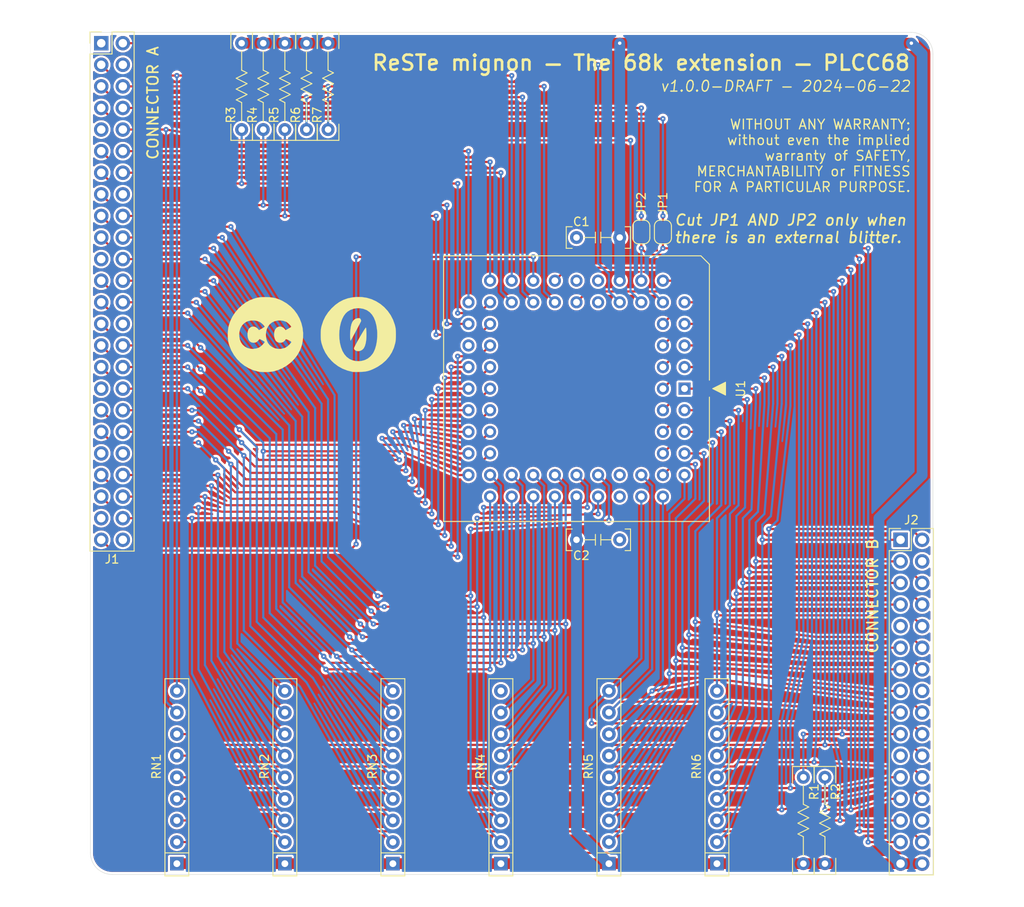
<source format=kicad_pcb>
(kicad_pcb (version 20221018) (generator pcbnew)
  (title_block (title "ReSTe mignon — The 68k extension — PLCC68") (date "2024-06-22") (rev "v1.0.0-DRAFT") (company "Sporniket.com") (comment 3 "https://github.com/sporniket/reste-mignon") (comment 4 "Original repository"))
  (layers (0 "F.Cu" signal) (1 "In1.Cu" signal) (2 "In2.Cu" signal) (31 "B.Cu" signal) (34 "B.Paste" user) (35 "F.Paste" user) (36 "B.SilkS" user "B.Silkscreen") (37 "F.SilkS" user "F.Silkscreen") (38 "B.Mask" user) (39 "F.Mask" user) (44 "Edge.Cuts" user))
  (net 0 "")
  (net 1 "/VCC")
  (net 2 "/GND")
  (net 3 "/CLK")
  (net 4 "/~{BERR}")
  (net 5 "/~{VPA}")
  (net 6 "/~{VMA}")
  (net 7 "/~{BLT.BG}")
  (net 8 "/~{BLT.BGACK}")
  (net 9 "/~{BR}")
  (net 10 "/IPL1")
  (net 11 "/IPL0")
  (net 12 "/FC2")
  (net 13 "/IPL2")
  (net 14 "/FC1")
  (net 15 "/A23")
  (net 16 "/FC0")
  (net 17 "/A21")
  (net 18 "/A22")
  (net 19 "/A20")
  (net 20 "/A18")
  (net 21 "/A19")
  (net 22 "/A16")
  (net 23 "/A17")
  (net 24 "/A15")
  (net 25 "/A13")
  (net 26 "/A14")
  (net 27 "/A11")
  (net 28 "/A12")
  (net 29 "/A10")
  (net 30 "/A8")
  (net 31 "/A9")
  (net 32 "/A6")
  (net 33 "/A7")
  (net 35 "/A4")
  (net 36 "/A5")
  (net 37 "/A2")
  (net 38 "/A3")
  (net 39 "/A1")
  (net 40 "/E")
  (net 41 "/D1")
  (net 42 "/D0")
  (net 43 "/D2")
  (net 44 "/D4")
  (net 45 "/D3")
  (net 46 "/D6")
  (net 47 "/D5")
  (net 48 "/D7")
  (net 49 "/D9")
  (net 50 "/D8")
  (net 51 "/D11")
  (net 52 "/D10")
  (net 53 "/D12")
  (net 54 "/D14")
  (net 55 "/D13")
  (net 56 "/~{DTACK}")
  (net 57 "/D15")
  (net 58 "/R{slash}~{W}")
  (net 59 "/~{UDS}")
  (net 60 "/~{LDS}")
  (net 61 "/~{RESET}")
  (net 62 "/~{AS}")
  (net 63 "/~{HALT}")
  (net 64 "/~{BG}")
  (net 65 "/~{BGACK}")
  (footprint "Connector_PinHeader_2.54mm:PinHeader_2x24_P2.54mm_Vertical" (layer "F.Cu") (at 54.61 102.87)
    (fp_text reference "J1")
    (fp_text value "RESTE_MIGNON_CPU_CONNECTOR_A")
  )
  (footprint "commons_passives_THT:Passive_THT_resistor_W2.54mm_L10.16mm" (layer "F.Cu") (at 73.66 107.95 90)
    (fp_text reference "R4")
    (fp_text value "10K")
  )
  (footprint "commons_passives_THT:Passive_THT_resistor_W2.54mm_L10.16mm" (layer "F.Cu") (at 81.28 107.95 90)
    (fp_text reference "R7")
    (fp_text value "4K7")
  )
  (footprint "Resistor_THT:R_Array_SIP9" (layer "F.Cu") (at 63.5 199.39 90)
    (fp_text reference "RN1")
    (fp_text value "8×1K2")
  )
  (footprint "cliparts:logo--cc--cc" (layer "F.Cu") (at 73.914 137.16)
    (fp_text reference "G***" hide)
    (fp_text value "LOGO" hide)
  )
  (footprint "cliparts:logo--cc--zero" (layer "F.Cu") (at 84.836 137.16)
    (fp_text reference "G***" hide)
    (fp_text value "LOGO" hide)
  )
  (footprint "commons_passives_THT:Passive_THT_resistor_W2.54mm_L10.16mm" (layer "F.Cu") (at 139.7 194.31 -90)
    (fp_text reference "R2")
    (fp_text value "1K")
  )
  (footprint "Resistor_THT:R_Array_SIP9" (layer "F.Cu") (at 101.6 199.39 90)
    (fp_text reference "RN4")
    (fp_text value "8×2K2")
  )
  (footprint "commons_passives_THT:Passive_THT_resistor_W2.54mm_L10.16mm" (layer "F.Cu") (at 71.12 107.95 90)
    (fp_text reference "R3")
    (fp_text value "10K")
  )
  (footprint "commons_passives_THT:Passive_THT_resistor_W2.54mm_L10.16mm" (layer "F.Cu") (at 76.2 107.95 90)
    (fp_text reference "R5")
    (fp_text value "10K")
  )
  (footprint "commons_passives_THT:Passive_THT_resistor_W2.54mm_L10.16mm" (layer "F.Cu") (at 78.74 107.95 90)
    (fp_text reference "R6")
    (fp_text value "2K2")
  )
  (footprint "Jumper:SolderJumper-2_P1.3mm_Bridged_RoundedPad1.0x1.5mm" (layer "F.Cu") (at 118.11 125.08 -90)
    (fp_text reference "JP2")
    (fp_text value " ")
  )
  (footprint "Resistor_THT:R_Array_SIP9" (layer "F.Cu") (at 88.9 199.39 90)
    (fp_text reference "RN3")
    (fp_text value "8×2K2")
  )
  (footprint "Package_LCC:PLCC-68_THT-Socket" (layer "F.Cu") (at 123.19 143.51 -90)
    (fp_text reference "U1")
    (fp_text value "MC68000_PLCC_68_PHY")
  )
  (footprint "Connector_PinHeader_2.54mm:PinHeader_2x16_P2.54mm_Vertical" (layer "F.Cu") (at 148.59 161.29)
    (fp_text reference "J2")
    (fp_text value "RESTE_MIGNON_CPU_CONNECTOR_B")
  )
  (footprint "commons_passives_THT:Passive_THT_capacitor_mlcc_W2.54mm_L5.08mm" (layer "F.Cu") (at 113.03 161.29 180)
    (fp_text reference "C2")
    (fp_text value "0.1uF")
  )
  (footprint "Resistor_THT:R_Array_SIP9" (layer "F.Cu") (at 114.3 199.39 90)
    (fp_text reference "RN5")
    (fp_text value "8×2K2")
  )
  (footprint "commons_passives_THT:Passive_THT_resistor_W2.54mm_L10.16mm" (layer "F.Cu") (at 137.16 194.31 -90)
    (fp_text reference "R1")
    (fp_text value "1K")
  )
  (footprint "commons_passives_THT:Passive_THT_capacitor_mlcc_W2.54mm_L5.08mm" (layer "F.Cu") (at 113.03 125.73 180)
    (fp_text reference "C1")
    (fp_text value "0.1uF")
  )
  (footprint "Resistor_THT:R_Array_SIP9" (layer "F.Cu") (at 76.2 199.39 90)
    (fp_text reference "RN2")
    (fp_text value "8×2K2")
  )
  (footprint "Resistor_THT:R_Array_SIP9" (layer "F.Cu") (at 127 199.39 90)
    (fp_text reference "RN6")
    (fp_text value "8×2K2")
  )
  (footprint "Jumper:SolderJumper-2_P1.3mm_Bridged_RoundedPad1.0x1.5mm" (layer "F.Cu") (at 120.65 125.08 -90)
    (fp_text reference "JP1")
    (fp_text value " ")
  )
  (gr_poly (pts (xy 126.492 143.51) (xy 128.016 142.748) (xy 128.016 144.272)) (stroke (width 0.1)) (fill solid) (layer "F.SilkS"))
  (gr_arc (start 55.88 200.66) (mid 54.083949 199.916051) (end 53.34 198.12) (stroke (width 0.05)) (layer "Edge.Cuts"))
  (gr_line (start 152.4 200.66) (end 152.4 104.14) (stroke (width 0.05)) (layer "Edge.Cuts"))
  (gr_arc (start 149.86 101.6) (mid 151.656051 102.343949) (end 152.4 104.14) (stroke (width 0.05)) (layer "Edge.Cuts"))
  (gr_line (start 53.34 101.6) (end 53.34 198.12) (stroke (width 0.05)) (layer "Edge.Cuts"))
  (gr_line (start 55.88 200.66) (end 152.4 200.66) (stroke (width 0.05)) (layer "Edge.Cuts"))
  (gr_line (start 53.34 101.6) (end 149.86 101.6) (stroke (width 0.05)) (layer "Edge.Cuts"))
  (gr_text "${REVISION} - ${ISSUE_DATE}" (at 149.86 107.188) (layer "F.SilkS") (effects (font (size 1.27 1.27) (thickness 0.1524) italic) (justify right top)))
  (gr_text "${TITLE}" (at 149.86 104.14) (layer "F.SilkS") (effects (font (size 1.778 1.778) (thickness 0.3048) bold) (justify right top)))
  (gr_text "CONNECTOR A" (at 59.944 103.124 90) (layer "F.SilkS") (effects (font (size 1.27 1.27) (thickness 0.2032)) (justify right top)))
  (gr_text "CONNECTOR B" (at 146.05 161.036 90) (layer "F.SilkS") (effects (font (size 1.27 1.27) (thickness 0.2032)) (justify right bottom)))
  (gr_text "WITHOUT ANY WARRANTY;\nwithout even the implied\nwarranty of SAFETY,\nMERCHANTABILITY or FITNESS\nFOR A PARTICULAR PURPOSE." (at 149.86 111.76) (layer "F.SilkS") (effects (font (size 1.143 1.143) (thickness 0.1524)) (justify right top)))
  (gr_text "Cut JP1 AND JP2 only when\nthere is an external blitter." (at 121.92 122.936) (layer "F.SilkS") (effects (font (size 1.27 1.27) (thickness 0.2032) italic) (justify left top)))
  (segment (start 114.3 199.39) (end 127 199.39) (width 1.27) (layer "F.Cu") (net 1))
  (segment (start 101.6 199.39) (end 114.3 199.39) (width 1.27) (layer "F.Cu") (net 1))
  (segment (start 88.9 199.39) (end 101.6 199.39) (width 1.27) (layer "F.Cu") (net 1))
  (segment (start 127 199.39) (end 137.16 199.39) (width 1.27) (layer "F.Cu") (net 1))
  (segment (start 148.59 199.39) (end 151.13 199.39) (width 1.27) (layer "F.Cu") (net 1))
  (segment (start 78.74 102.87) (end 81.28 102.87) (width 1.27) (layer "F.Cu") (net 1))
  (segment (start 81.28 102.87) (end 115.57 102.87) (width 1.27) (layer "F.Cu") (net 1))
  (segment (start 137.16 199.39) (end 139.7 199.39) (width 1.27) (layer "F.Cu") (net 1))
  (segment (start 76.2 199.39) (end 88.9 199.39) (width 1.27) (layer "F.Cu") (net 1))
  (segment (start 73.66 102.87) (end 76.2 102.87) (width 1.27) (layer "F.Cu") (net 1))
  (segment (start 71.12 102.87) (end 73.66 102.87) (width 1.27) (layer "F.Cu") (net 1))
  (segment (start 115.57 102.87) (end 149.86 102.87) (width 1.27) (layer "F.Cu") (net 1))
  (segment (start 63.5 199.39) (end 76.2 199.39) (width 1.27) (layer "F.Cu") (net 1))
  (segment (start 76.2 102.87) (end 78.74 102.87) (width 1.27) (layer "F.Cu") (net 1))
  (segment (start 139.7 199.39) (end 148.59 199.39) (width 1.27) (layer "F.Cu") (net 1))
  (via (at 115.57 102.87) (size 1.2192) (drill 0.4064) (layers "F.Cu" "B.Cu") (net 1))
  (via (at 149.86 102.87) (size 1.2192) (drill 0.4064) (layers "F.Cu" "B.Cu") (net 1))
  (segment (start 110.49 161.29) (end 110.49 156.21) (width 1.27) (layer "B.Cu") (net 1))
  (segment (start 149.86 102.87) (end 151.13 104.14) (width 1.27) (layer "B.Cu") (net 1))
  (segment (start 146.05 158.75) (end 146.05 196.85) (width 1.27) (layer "B.Cu") (net 1))
  (segment (start 151.13 104.14) (end 151.13 153.67) (width 1.27) (layer "B.Cu") (net 1))
  (segment (start 110.49 161.29) (end 110.49 195.58) (width 1.27) (layer "B.Cu") (net 1))
  (segment (start 146.05 196.85) (end 148.59 199.39) (width 1.27) (layer "B.Cu") (net 1))
  (segment (start 151.13 153.67) (end 146.05 158.75) (width 1.27) (layer "B.Cu") (net 1))
  (segment (start 110.49 195.58) (end 114.3 199.39) (width 1.27) (layer "B.Cu") (net 1))
  (segment (start 115.57 130.81) (end 115.57 125.73) (width 1.27) (layer "B.Cu") (net 1))
  (segment (start 115.57 125.73) (end 115.57 102.87) (width 1.27) (layer "B.Cu") (net 1))
  (segment (start 69.596 104.902) (end 112.522 104.902) (width 0.254) (layer "F.Cu") (net 3))
  (segment (start 112.522 104.902) (end 113.03 105.41) (width 0.254) (layer "F.Cu") (net 3))
  (segment (start 69.596 104.902) (end 67.564 102.87) (width 0.254) (layer "F.Cu") (net 3))
  (segment (start 67.564 102.87) (end 57.15 102.87) (width 0.254) (layer "F.Cu") (net 3))
  (via (at 113.03 105.41) (size 0.6096) (drill 0.2032) (layers "F.Cu" "B.Cu") (net 3))
  (segment (start 114.3 130.81) (end 114.3 130.048) (width 0.254) (layer "B.Cu") (net 3))
  (segment (start 114.3 132.08) (end 114.3 130.81) (width 0.254) (layer "B.Cu") (net 3))
  (segment (start 113.03 128.524) (end 113.03 105.41) (width 0.254) (layer "B.Cu") (net 3))
  (segment (start 114.3 130.048) (end 113.03 128.778) (width 0.254) (layer "B.Cu") (net 3))
  (segment (start 113.03 128.778) (end 113.03 128.524) (width 0.254) (layer "B.Cu") (net 3))
  (segment (start 115.57 133.35) (end 114.3 132.08) (width 0.254) (layer "B.Cu") (net 3))
  (segment (start 63.5 106.68) (end 55.88 106.68) (width 0.254) (layer "F.Cu") (net 4))
  (segment (start 102.87 106.68) (end 63.5 106.68) (width 0.254) (layer "F.Cu") (net 4))
  (segment (start 55.88 106.68) (end 54.61 105.41) (width 0.254) (layer "F.Cu") (net 4))
  (via (at 102.87 106.68) (size 0.6096) (drill 0.2032) (layers "F.Cu" "B.Cu") (net 4))
  (via (at 63.5 106.68) (size 0.6096) (drill 0.2032) (layers "F.Cu" "B.Cu") (net 4))
  (segment (start 102.87 130.81) (end 102.87 107.442) (width 0.254) (layer "B.Cu") (net 4))
  (segment (start 102.87 107.442) (end 102.87 106.68) (width 0.254) (layer "B.Cu") (net 4))
  (segment (start 63.5 179.07) (end 63.5 106.68) (width 0.254) (layer "B.Cu") (net 4))
  (segment (start 60.96 109.22) (end 78.74 109.22) (width 0.254) (layer "F.Cu") (net 5))
  (segment (start 55.88 109.22) (end 60.96 109.22) (width 0.254) (layer "F.Cu") (net 5))
  (segment (start 54.61 107.95) (end 55.88 109.22) (width 0.254) (layer "F.Cu") (net 5))
  (segment (start 104.14 109.22) (end 78.74 109.22) (width 0.254) (layer "F.Cu") (net 5))
  (via (at 78.74 109.22) (size 0.6096) (drill 0.2032) (layers "F.Cu" "B.Cu") (net 5))
  (via (at 104.14 109.22) (size 0.6096) (drill 0.2032) (layers "F.Cu" "B.Cu") (net 5))
  (segment (start 104.14 129.54) (end 104.14 109.22) (width 0.254) (layer "B.Cu") (net 5))
  (segment (start 78.74 109.22) (end 78.74 113.03) (width 0.254) (layer "B.Cu") (net 5))
  (segment (start 105.41 133.35) (end 104.14 132.08) (width 0.254) (layer "B.Cu") (net 5))
  (segment (start 104.14 132.08) (end 104.14 129.54) (width 0.254) (layer "B.Cu") (net 5))
  (segment (start 106.68 107.95) (end 81.28 107.95) (width 0.254) (layer "F.Cu") (net 6))
  (segment (start 57.15 107.95) (end 60.96 107.95) (width 0.254) (layer "F.Cu") (net 6))
  (segment (start 60.96 107.95) (end 81.28 107.95) (width 0.254) (layer "F.Cu") (net 6))
  (via (at 81.28 107.95) (size 0.6096) (drill 0.2032) (layers "F.Cu" "B.Cu") (net 6))
  (via (at 106.68 107.95) (size 0.6096) (drill 0.2032) (layers "F.Cu" "B.Cu") (net 6))
  (segment (start 106.68 132.08) (end 106.68 129.54) (width 0.254) (layer "B.Cu") (net 6))
  (segment (start 81.28 107.95) (end 81.28 113.03) (width 0.254) (layer "B.Cu") (net 6))
  (segment (start 107.95 133.35) (end 106.68 132.08) (width 0.254) (layer "B.Cu") (net 6))
  (segment (start 106.68 129.54) (end 106.68 107.95) (width 0.254) (layer "B.Cu") (net 6))
  (segment (start 55.88 111.76) (end 58.42 111.76) (width 0.254) (layer "F.Cu") (net 7))
  (segment (start 120.65 123.19) (end 120.65 124.43) (width 0.254) (layer "F.Cu") (net 7))
  (segment (start 58.42 111.76) (end 120.65 111.76) (width 0.254) (layer "F.Cu") (net 7))
  (segment (start 54.61 110.49) (end 55.88 111.76) (width 0.254) (layer "F.Cu") (net 7))
  (via (at 120.65 123.19) (size 0.6096) (drill 0.2032) (layers "F.Cu" "B.Cu") (net 7))
  (via (at 120.65 111.76) (size 0.6096) (drill 0.2032) (layers "F.Cu" "B.Cu") (net 7))
  (segment (start 120.65 111.76) (end 120.65 123.19) (width 0.254) (layer "B.Cu") (net 7))
  (segment (start 57.15 110.49) (end 118.11 110.49) (width 0.254) (layer "F.Cu") (net 8))
  (segment (start 118.11 123.19) (end 118.11 124.43) (width 0.254) (layer "F.Cu") (net 8))
  (via (at 118.11 110.49) (size 0.6096) (drill 0.2032) (layers "F.Cu" "B.Cu") (net 8))
  (via (at 118.11 123.19) (size 0.6096) (drill 0.2032) (layers "F.Cu" "B.Cu") (net 8))
  (segment (start 118.11 110.49) (end 118.11 123.19) (width 0.254) (layer "B.Cu") (net 8))
  (segment (start 70.104 114.3) (end 116.84 114.3) (width 0.254) (layer "F.Cu") (net 9))
  (segment (start 62.23 113.03) (end 57.15 113.03) (width 0.254) (layer "F.Cu") (net 9))
  (segment (start 70.104 114.3) (end 62.23 113.03) (width 0.254) (layer "F.Cu") (net 9))
  (via (at 62.23 113.03) (size 0.6096) (drill 0.2032) (layers "F.Cu" "B.Cu") (net 9))
  (via (at 116.84 114.3) (size 0.6096) (drill 0.2032) (layers "F.Cu" "B.Cu") (net 9))
  (segment (start 62.23 180.34) (end 62.23 177.292) (width 0.254) (layer "B.Cu") (net 9))
  (segment (start 63.5 181.61) (end 62.23 180.34) (width 0.254) (layer "B.Cu") (net 9))
  (segment (start 116.84 114.3) (end 116.84 132.08) (width 0.254) (layer "B.Cu") (net 9))
  (segment (start 62.23 177.292) (end 62.23 113.03) (width 0.254) (layer "B.Cu") (net 9))
  (segment (start 116.84 132.08) (end 118.11 133.35) (width 0.254) (layer "B.Cu") (net 9))
  (segment (start 55.88 116.84) (end 54.61 115.57) (width 0.254) (layer "F.Cu") (net 10))
  (segment (start 100.33 116.84) (end 55.88 116.84) (width 0.254) (layer "F.Cu") (net 10))
  (via (at 100.33 116.84) (size 0.6096) (drill 0.2032) (layers "F.Cu" "B.Cu") (net 10))
  (segment (start 100.33 130.81) (end 100.33 129.54) (width 0.254) (layer "B.Cu") (net 10))
  (segment (start 100.33 129.54) (end 100.33 116.84) (width 0.254) (layer "B.Cu") (net 10))
  (segment (start 97.79 115.57) (end 57.15 115.57) (width 0.254) (layer "F.Cu") (net 11))
  (via (at 97.79 115.57) (size 0.6096) (drill 0.2032) (layers "F.Cu" "B.Cu") (net 11))
  (segment (start 97.79 129.54) (end 97.79 115.57) (width 0.254) (layer "B.Cu") (net 11))
  (segment (start 97.79 133.35) (end 97.79 129.54) (width 0.254) (layer "B.Cu") (net 11))
  (segment (start 99.06 134.62) (end 96.52 134.62) (width 0.254) (layer "F.Cu") (net 12))
  (segment (start 96.52 119.38) (end 71.12 119.38) (width 0.254) (layer "F.Cu") (net 12))
  (segment (start 54.61 118.11) (end 55.88 119.38) (width 0.254) (layer "F.Cu") (net 12))
  (segment (start 100.33 133.35) (end 99.06 134.62) (width 0.254) (layer "F.Cu") (net 12))
  (segment (start 55.88 119.38) (end 71.12 119.38) (width 0.254) (layer "F.Cu") (net 12))
  (via (at 71.12 119.38) (size 0.6096) (drill 0.2032) (layers "F.Cu" "B.Cu") (net 12))
  (via (at 96.52 134.62) (size 0.6096) (drill 0.2032) (layers "F.Cu" "B.Cu") (net 12))
  (via (at 96.52 119.38) (size 0.6096) (drill 0.2032) (layers "F.Cu" "B.Cu") (net 12))
  (segment (start 96.52 134.62) (end 96.52 119.38) (width 0.254) (layer "B.Cu") (net 12))
  (segment (start 71.12 119.38) (end 71.12 113.03) (width 0.254) (layer "B.Cu") (net 12))
  (segment (start 101.6 118.11) (end 57.15 118.11) (width 0.254) (layer "F.Cu") (net 13))
  (via (at 101.6 118.11) (size 0.6096) (drill 0.2032) (layers "F.Cu" "B.Cu") (net 13))
  (segment (start 101.6 132.08) (end 101.6 129.54) (width 0.254) (layer "B.Cu") (net 13))
  (segment (start 102.87 133.35) (end 101.6 132.08) (width 0.254) (layer "B.Cu") (net 13))
  (segment (start 101.6 129.54) (end 101.6 118.11) (width 0.254) (layer "B.Cu") (net 13))
  (segment (start 95.25 121.92) (end 73.66 121.92) (width 0.254) (layer "F.Cu") (net 14))
  (segment (start 55.88 121.92) (end 57.15 121.92) (width 0.254) (layer "F.Cu") (net 14))
  (segment (start 96.52 135.89) (end 95.25 135.89) (width 0.254) (layer "F.Cu") (net 14))
  (segment (start 97.79 135.89) (end 96.52 135.89) (width 0.254) (layer "F.Cu") (net 14))
  (segment (start 54.61 120.65) (end 55.88 121.92) (width 0.254) (layer "F.Cu") (net 14))
  (segment (start 57.15 121.92) (end 73.66 121.92) (width 0.254) (layer "F.Cu") (net 14))
  (via (at 95.25 135.89) (size 0.6096) (drill 0.2032) (layers "F.Cu" "B.Cu") (net 14))
  (via (at 73.66 121.92) (size 0.6096) (drill 0.2032) (layers "F.Cu" "B.Cu") (net 14))
  (via (at 95.25 121.92) (size 0.6096) (drill 0.2032) (layers "F.Cu" "B.Cu") (net 14))
  (segment (start 95.25 135.89) (end 95.25 121.92) (width 0.254) (layer "B.Cu") (net 14))
  (segment (start 73.66 121.92) (end 73.66 113.03) (width 0.254) (layer "B.Cu") (net 14))
  (segment (start 55.88 124.46) (end 54.61 123.19) (width 0.254) (layer "F.Cu") (net 15))
  (segment (start 98.044 160.02) (end 114.3 159.004) (width 0.254) (layer "F.Cu") (net 15))
  (segment (start 69.85 124.46) (end 55.88 124.46) (width 0.254) (layer "F.Cu") (net 15))
  (segment (start 98.044 167.894) (end 87.122 167.894) (width 0.254) (layer "F.Cu") (net 15))
  (via (at 98.044 160.02) (size 0.6096) (drill 0.2032) (layers "F.Cu" "B.Cu") (net 15))
  (via (at 114.3 159.004) (size 0.6096) (drill 0.2032) (layers "F.Cu" "B.Cu") (net 15))
  (via (at 69.85 124.46) (size 0.6096) (drill 0.2032) (layers "F.Cu" "B.Cu") (net 15))
  (via (at 87.122 167.894) (size 0.6096) (drill 0.2032) (layers "F.Cu" "B.Cu") (net 15))
  (via (at 98.044 167.894) (size 0.6096) (drill 0.2032) (layers "F.Cu" "B.Cu") (net 15))
  (segment (start 100.33 195.58) (end 98.044 190.754) (width 0.254) (layer "B.Cu") (net 15))
  (segment (start 87.122 167.894) (end 82.042 162.814) (width 0.254) (layer "B.Cu") (net 15))
  (segment (start 98.044 167.894) (end 98.044 160.02) (width 0.254) (layer "B.Cu") (net 15))
  (segment (start 114.3 159.004) (end 114.3 154.94) (width 0.254) (layer "B.Cu") (net 15))
  (segment (start 82.042 162.814) (end 82.042 144.272) (width 0.254) (layer "B.Cu") (net 15))
  (segment (start 114.3 154.94) (end 113.03 153.67) (width 0.254) (layer "B.Cu") (net 15))
  (segment (start 101.6 196.85) (end 100.33 195.58) (width 0.254) (layer "B.Cu") (net 15))
  (segment (start 82.042 144.272) (end 69.85 124.46) (width 0.254) (layer "B.Cu") (net 15))
  (segment (start 98.044 190.754) (end 98.044 167.894) (width 0.254) (layer "B.Cu") (net 15))
  (segment (start 57.15 123.19) (end 76.2 123.19) (width 0.254) (layer "F.Cu") (net 16))
  (segment (start 96.52 137.16) (end 93.98 137.16) (width 0.254) (layer "F.Cu") (net 16))
  (segment (start 100.33 135.89) (end 99.06 137.16) (width 0.254) (layer "F.Cu") (net 16))
  (segment (start 98.044 137.16) (end 96.52 137.16) (width 0.254) (layer "F.Cu") (net 16))
  (segment (start 99.06 137.16) (end 98.044 137.16) (width 0.254) (layer "F.Cu") (net 16))
  (segment (start 93.98 123.19) (end 76.2 123.19) (width 0.254) (layer "F.Cu") (net 16))
  (via (at 93.98 123.19) (size 0.6096) (drill 0.2032) (layers "F.Cu" "B.Cu") (net 16))
  (via (at 76.2 123.19) (size 0.6096) (drill 0.2032) (layers "F.Cu" "B.Cu") (net 16))
  (via (at 93.98 137.16) (size 0.6096) (drill 0.2032) (layers "F.Cu" "B.Cu") (net 16))
  (segment (start 76.2 123.19) (end 76.2 113.03) (width 0.254) (layer "B.Cu") (net 16))
  (segment (start 93.98 137.16) (end 93.98 123.19) (width 0.254) (layer "B.Cu") (net 16))
  (segment (start 99.568 170.434) (end 87.122 170.434) (width 0.254) (layer "F.Cu") (net 17))
  (segment (start 67.818 127) (end 55.88 127) (width 0.254) (layer "F.Cu") (net 17))
  (segment (start 55.88 127) (end 54.61 125.73) (width 0.254) (layer "F.Cu") (net 17))
  (segment (start 87.122 170.434) (end 86.36 169.672) (width 0.254) (layer "F.Cu") (net 17))
  (segment (start 99.568 157.48) (end 111.76 157.48) (width 0.254) (layer "F.Cu") (net 17))
  (via (at 111.76 157.48) (size 0.6096) (drill 0.2032) (layers "F.Cu" "B.Cu") (net 17))
  (via (at 86.36 169.672) (size 0.6096) (drill 0.2032) (layers "F.Cu" "B.Cu") (net 17))
  (via (at 99.568 157.48) (size 0.6096) (drill 0.2032) (layers "F.Cu" "B.Cu") (net 17))
  (via (at 99.568 170.434) (size 0.6096) (drill 0.2032) (layers "F.Cu" "B.Cu") (net 17))
  (via (at 67.818 127) (size 0.6096) (drill 0.2032) (layers "F.Cu" "B.Cu") (net 17))
  (segment (start 99.568 189.738) (end 99.568 170.434) (width 0.254) (layer "B.Cu") (net 17))
  (segment (start 86.36 169.672) (end 80.518 163.83) (width 0.254) (layer "B.Cu") (net 17))
  (segment (start 101.6 191.77) (end 99.568 189.738) (width 0.254) (layer "B.Cu") (net 17))
  (segment (start 110.49 153.67) (end 111.76 154.94) (width 0.254) (layer "B.Cu") (net 17))
  (segment (start 111.76 154.94) (end 111.76 157.48) (width 0.254) (layer "B.Cu") (net 17))
  (segment (start 80.518 145.288) (end 67.818 127) (width 0.254) (layer "B.Cu") (net 17))
  (segment (start 80.518 163.83) (end 80.518 145.288) (width 0.254) (layer "B.Cu") (net 17))
  (segment (start 99.568 157.48) (end 99.568 170.434) (width 0.254) (layer "B.Cu") (net 17))
  (segment (start 98.806 169.164) (end 87.884 169.164) (width 0.254) (layer "F.Cu") (net 18))
  (segment (start 98.806 158.75) (end 113.03 158.242) (width 0.254) (layer "F.Cu") (net 18))
  (segment (start 68.834 125.73) (end 57.15 125.73) (width 0.254) (layer "F.Cu") (net 18))
  (via (at 113.03 158.242) (size 0.6096) (drill 0.2032) (layers "F.Cu" "B.Cu") (net 18))
  (via (at 87.884 169.164) (size 0.6096) (drill 0.2032) (layers "F.Cu" "B.Cu") (net 18))
  (via (at 98.806 158.75) (size 0.6096) (drill 0.2032) (layers "F.Cu" "B.Cu") (net 18))
  (via (at 98.806 169.164) (size 0.6096) (drill 0.2032) (layers "F.Cu" "B.Cu") (net 18))
  (via (at 68.834 125.73) (size 0.6096) (drill 0.2032) (layers "F.Cu" "B.Cu") (net 18))
  (segment (start 101.6 194.31) (end 100.33 193.04) (width 0.254) (layer "B.Cu") (net 18))
  (segment (start 98.806 169.164) (end 98.806 158.75) (width 0.254) (layer "B.Cu") (net 18))
  (segment (start 81.28 163.322) (end 81.28 144.78) (width 0.254) (layer "B.Cu") (net 18))
  (segment (start 81.28 144.78) (end 68.834 125.73) (width 0.254) (layer "B.Cu") (net 18))
  (segment (start 87.122 169.164) (end 81.28 163.322) (width 0.254) (layer "B.Cu") (net 18))
  (segment (start 87.884 169.164) (end 87.122 169.164) (width 0.254) (layer "B.Cu") (net 18))
  (segment (start 113.03 158.242) (end 113.03 156.21) (width 0.254) (layer "B.Cu") (net 18))
  (segment (start 98.806 190.246) (end 98.806 169.164) (width 0.254) (layer "B.Cu") (net 18))
  (segment (start 100.33 193.04) (end 98.806 190.246) (width 0.254) (layer "B.Cu") (net 18))
  (segment (start 66.802 128.27) (end 57.15 128.27) (width 0.254) (layer "F.Cu") (net 19))
  (segment (start 109.22 171.196) (end 86.614 171.196) (width 0.254) (layer "F.Cu") (net 19))
  (via (at 66.802 128.27) (size 0.6096) (drill 0.2032) (layers "F.Cu" "B.Cu") (net 19))
  (via (at 86.614 171.196) (size 0.6096) (drill 0.2032) (layers "F.Cu" "B.Cu") (net 19))
  (via (at 109.22 171.196) (size 0.6096) (drill 0.2032) (layers "F.Cu" "B.Cu") (net 19))
  (segment (start 101.6 189.23) (end 102.87 187.96) (width 0.254) (layer "B.Cu") (net 19))
  (segment (start 107.95 153.67) (end 109.22 154.94) (width 0.254) (layer "B.Cu") (net 19))
  (segment (start 86.614 171.196) (end 79.756 164.338) (width 0.254) (layer "B.Cu") (net 19))
  (segment (start 109.22 179.324) (end 109.22 171.196) (width 0.254) (layer "B.Cu") (net 19))
  (segment (start 68.834 130.302) (end 66.802 128.27) (width 0.254) (layer "B.Cu") (net 19))
  (segment (start 109.22 154.94) (end 109.22 159.766) (width 0.254) (layer "B.Cu") (net 19))
  (segment (start 102.87 187.96) (end 109.22 179.324) (width 0.254) (layer "B.Cu") (net 19))
  (segment (start 79.756 145.796) (end 68.834 130.302) (width 0.254) (layer "B.Cu") (net 19))
  (segment (start 109.22 159.766) (end 109.22 171.196) (width 0.254) (layer "B.Cu") (net 19))
  (segment (start 79.756 164.338) (end 79.756 145.796) (width 0.254) (layer "B.Cu") (net 19))
  (segment (start 66.802 132.08) (end 55.88 132.08) (width 0.254) (layer "F.Cu") (net 20))
  (segment (start 55.88 132.08) (end 54.61 130.81) (width 0.254) (layer "F.Cu") (net 20))
  (segment (start 106.68 172.72) (end 85.344 172.72) (width 0.254) (layer "F.Cu") (net 20))
  (via (at 66.802 132.08) (size 0.6096) (drill 0.2032) (layers "F.Cu" "B.Cu") (net 20))
  (via (at 106.68 172.72) (size 0.6096) (drill 0.2032) (layers "F.Cu" "B.Cu") (net 20))
  (via (at 85.344 172.72) (size 0.6096) (drill 0.2032) (layers "F.Cu" "B.Cu") (net 20))
  (segment (start 106.68 178.308) (end 106.68 172.72) (width 0.254) (layer "B.Cu") (net 20))
  (segment (start 78.232 165.608) (end 78.232 146.812) (width 0.254) (layer "B.Cu") (net 20))
  (segment (start 78.232 146.812) (end 66.802 132.08) (width 0.254) (layer "B.Cu") (net 20))
  (segment (start 105.41 153.67) (end 106.68 154.94) (width 0.254) (layer "B.Cu") (net 20))
  (segment (start 101.6 184.15) (end 102.87 182.88) (width 0.254) (layer "B.Cu") (net 20))
  (segment (start 85.344 172.72) (end 78.232 165.608) (width 0.254) (layer "B.Cu") (net 20))
  (segment (start 106.68 154.94) (end 106.68 161.29) (width 0.254) (layer "B.Cu") (net 20))
  (segment (start 106.68 161.29) (end 106.68 172.72) (width 0.254) (layer "B.Cu") (net 20))
  (segment (start 102.87 182.88) (end 106.68 178.308) (width 0.254) (layer "B.Cu") (net 20))
  (segment (start 85.852 171.958) (end 85.09 171.196) (width 0.254) (layer "F.Cu") (net 21))
  (segment (start 67.818 130.81) (end 57.15 130.81) (width 0.254) (layer "F.Cu") (net 21))
  (segment (start 107.95 171.958) (end 85.852 171.958) (width 0.254) (layer "F.Cu") (net 21))
  (via (at 107.95 171.958) (size 0.6096) (drill 0.2032) (layers "F.Cu" "B.Cu") (net 21))
  (via (at 85.09 171.196) (size 0.6096) (drill 0.2032) (layers "F.Cu" "B.Cu") (net 21))
  (via (at 67.818 130.81) (size 0.6096) (drill 0.2032) (layers "F.Cu" "B.Cu") (net 21))
  (segment (start 101.6 186.69) (end 102.87 185.42) (width 0.254) (layer "B.Cu") (net 21))
  (segment (start 78.994 165.1) (end 78.994 146.304) (width 0.254) (layer "B.Cu") (net 21))
  (segment (start 85.09 171.196) (end 78.994 165.1) (width 0.254) (layer "B.Cu") (net 21))
  (segment (start 107.95 178.816) (end 107.95 171.958) (width 0.254) (layer "B.Cu") (net 21))
  (segment (start 107.95 156.21) (end 107.95 160.528) (width 0.254) (layer "B.Cu") (net 21))
  (segment (start 78.994 146.304) (end 67.818 130.81) (width 0.254) (layer "B.Cu") (net 21))
  (segment (start 107.95 160.528) (end 107.95 171.958) (width 0.254) (layer "B.Cu") (net 21))
  (segment (start 102.87 185.42) (end 107.95 178.816) (width 0.254) (layer "B.Cu") (net 21))
  (segment (start 55.88 134.62) (end 54.61 133.35) (width 0.254) (layer "F.Cu") (net 22))
  (segment (start 104.14 174.244) (end 84.074 174.244) (width 0.254) (layer "F.Cu") (net 22))
  (segment (start 64.77 134.62) (end 55.88 134.62) (width 0.254) (layer "F.Cu") (net 22))
  (via (at 64.77 134.62) (size 0.6096) (drill 0.2032) (layers "F.Cu" "B.Cu") (net 22))
  (via (at 84.074 174.244) (size 0.6096) (drill 0.2032) (layers "F.Cu" "B.Cu") (net 22))
  (via (at 104.14 174.244) (size 0.6096) (drill 0.2032) (layers "F.Cu" "B.Cu") (net 22))
  (segment (start 76.708 147.828) (end 64.77 134.62) (width 0.254) (layer "B.Cu") (net 22))
  (segment (start 88.9 179.07) (end 84.074 174.244) (width 0.254) (layer "B.Cu") (net 22))
  (segment (start 84.074 174.244) (end 76.708 166.878) (width 0.254) (layer "B.Cu") (net 22))
  (segment (start 76.708 166.878) (end 76.708 147.828) (width 0.254) (layer "B.Cu") (net 22))
  (segment (start 104.14 154.94) (end 104.14 174.244) (width 0.254) (layer "B.Cu") (net 22))
  (segment (start 102.87 153.67) (end 104.14 154.94) (width 0.254) (layer "B.Cu") (net 22))
  (segment (start 84.582 173.482) (end 83.82 172.72) (width 0.254) (layer "F.Cu") (net 23))
  (segment (start 105.41 173.482) (end 84.582 173.482) (width 0.254) (layer "F.Cu") (net 23))
  (segment (start 65.786 133.35) (end 57.15 133.35) (width 0.254) (layer "F.Cu") (net 23))
  (via (at 105.41 173.482) (size 0.6096) (drill 0.2032) (layers "F.Cu" "B.Cu") (net 23))
  (via (at 65.786 133.35) (size 0.6096) (drill 0.2032) (layers "F.Cu" "B.Cu") (net 23))
  (via (at 83.82 172.72) (size 0.6096) (drill 0.2032) (layers "F.Cu" "B.Cu") (net 23))
  (segment (start 105.41 177.8) (end 105.41 173.482) (width 0.254) (layer "B.Cu") (net 23))
  (segment (start 77.47 147.32) (end 65.786 133.35) (width 0.254) (layer "B.Cu") (net 23))
  (segment (start 105.41 156.21) (end 105.41 162.052) (width 0.254) (layer "B.Cu") (net 23))
  (segment (start 77.47 166.37) (end 83.82 172.72) (width 0.254) (layer "B.Cu") (net 23))
  (segment (start 101.6 181.61) (end 105.41 177.8) (width 0.254) (layer "B.Cu") (net 23))
  (segment (start 105.41 162.052) (end 105.41 173.482) (width 0.254) (layer "B.Cu") (net 23))
  (segment (start 77.47 147.32) (end 77.47 166.37) (width 0.254) (layer "B.Cu") (net 23))
  (segment (start 64.77 137.16) (end 66.294 138.684) (width 0.254) (layer "F.Cu") (net 24))
  (segment (start 102.87 175.006) (end 82.296 175.006) (width 0.254) (layer "F.Cu") (net 24))
  (segment (start 64.77 137.16) (end 55.88 137.16) (width 0.254) (layer "F.Cu") (net 24))
  (segment (start 55.88 137.16) (end 54.61 135.89) (width 0.254) (layer "F.Cu") (net 24))
  (via (at 102.87 175.006) (size 0.6096) (drill 0.2032) (layers "F.Cu" "B.Cu") (net 24))
  (via (at 82.296 175.006) (size 0.6096) (drill 0.2032) (layers "F.Cu" "B.Cu") (net 24))
  (via (at 66.294 138.684) (size 0.6096) (drill 0.2032) (layers "F.Cu" "B.Cu") (net 24))
  (segment (start 75.946 148.336) (end 75.946 168.656) (width 0.254) (layer "B.Cu") (net 24))
  (segment (start 82.296 175.006) (end 88.9 181.61) (width 0.254) (layer "B.Cu") (net 24))
  (segment (start 75.946 168.656) (end 82.296 175.006) (width 0.254) (layer "B.Cu") (net 24))
  (segment (start 102.87 156.21) (end 102.87 174.244) (width 0.254) (layer "B.Cu") (net 24))
  (segment (start 102.87 174.244) (end 102.87 175.006) (width 0.254) (layer "B.Cu") (net 24))
  (segment (start 66.294 138.684) (end 75.946 148.336) (width 0.254) (layer "B.Cu") (net 24))
  (segment (start 100.33 176.53) (end 81.026 176.53) (width 0.254) (layer "F.Cu") (net 25))
  (segment (start 64.77 139.7) (end 66.294 141.224) (width 0.254) (layer "F.Cu") (net 25))
  (segment (start 64.77 139.7) (end 55.88 139.7) (width 0.254) (layer "F.Cu") (net 25))
  (segment (start 55.88 139.7) (end 54.61 138.43) (width 0.254) (layer "F.Cu") (net 25))
  (via (at 81.026 176.53) (size 0.6096) (drill 0.2032) (layers "F.Cu" "B.Cu") (net 25))
  (via (at 100.33 176.53) (size 0.6096) (drill 0.2032) (layers "F.Cu" "B.Cu") (net 25))
  (via (at 66.294 141.224) (size 0.6096) (drill 0.2032) (layers "F.Cu" "B.Cu") (net 25))
  (segment (start 100.33 176.022) (end 100.33 176.53) (width 0.254) (layer "B.Cu") (net 25))
  (segment (start 87.63 185.42) (end 81.026 176.53) (width 0.254) (layer "B.Cu") (net 25))
  (segment (start 100.33 156.21) (end 100.33 176.022) (width 0.254) (layer "B.Cu") (net 25))
  (segment (start 87.63 185.42) (end 88.9 186.69) (width 0.254) (layer "B.Cu") (net 25))
  (segment (start 74.422 149.352) (end 74.422 169.926) (width 0.254) (layer "B.Cu") (net 25))
  (segment (start 66.294 141.224) (end 74.422 149.352) (width 0.254) (layer "B.Cu") (net 25))
  (segment (start 74.422 169.926) (end 81.026 176.53) (width 0.254) (layer "B.Cu") (net 25))
  (segment (start 101.6 175.768) (end 81.534 175.768) (width 0.254) (layer "F.Cu") (net 26))
  (segment (start 64.77 138.43) (end 57.15 138.43) (width 0.254) (layer "F.Cu") (net 26))
  (segment (start 81.534 175.768) (end 80.772 175.006) (width 0.254) (layer "F.Cu") (net 26))
  (via (at 64.77 138.43) (size 0.6096) (drill 0.2032) (layers "F.Cu" "B.Cu") (net 26))
  (via (at 101.6 175.768) (size 0.6096) (drill 0.2032) (layers "F.Cu" "B.Cu") (net 26))
  (via (at 80.772 175.006) (size 0.6096) (drill 0.2032) (layers "F.Cu" "B.Cu") (net 26))
  (segment (start 101.6 175.768) (end 101.6 154.94) (width 0.254) (layer "B.Cu") (net 26))
  (segment (start 88.9 184.15) (end 87.63 182.88) (width 0.254) (layer "B.Cu") (net 26))
  (segment (start 75.184 169.418) (end 75.184 169.164) (width 0.254) (layer "B.Cu") (net 26))
  (segment (start 80.772 175.006) (end 75.184 169.418) (width 0.254) (layer "B.Cu") (net 26))
  (segment (start 75.184 169.164) (end 75.184 148.844) (width 0.254) (layer "B.Cu") (net 26))
  (segment (start 101.6 154.94) (end 100.33 153.67) (width 0.254) (layer "B.Cu") (net 26))
  (segment (start 87.63 182.88) (end 81.788 176.022) (width 0.254) (layer "B.Cu") (net 26))
  (segment (start 75.184 148.844) (end 64.77 138.43) (width 0.254) (layer "B.Cu") (net 26))
  (segment (start 81.788 176.022) (end 80.772 175.006) (width 0.254) (layer "B.Cu") (net 26))
  (segment (start 99.06 152.4) (end 96.774 152.4) (width 0.254) (layer "F.Cu") (net 27))
  (segment (start 90.17 150.114) (end 72.644 150.114) (width 0.254) (layer "F.Cu") (net 27))
  (segment (start 64.77 142.24) (end 66.294 143.764) (width 0.254) (layer "F.Cu") (net 27))
  (segment (start 64.77 142.24) (end 55.88 142.24) (width 0.254) (layer "F.Cu") (net 27))
  (segment (start 96.774 152.4) (end 90.17 150.114) (width 0.254) (layer "F.Cu") (net 27))
  (segment (start 55.88 142.24) (end 54.61 140.97) (width 0.254) (layer "F.Cu") (net 27))
  (segment (start 72.644 150.114) (end 70.866 148.336) (width 0.254) (layer "F.Cu") (net 27))
  (segment (start 100.33 151.13) (end 99.06 152.4) (width 0.254) (layer "F.Cu") (net 27))
  (via (at 66.294 143.764) (size 0.6096) (drill 0.2032) (layers "F.Cu" "B.Cu") (net 27))
  (via (at 70.866 148.336) (size 0.6096) (drill 0.2032) (layers "F.Cu" "B.Cu") (net 27))
  (segment (start 72.898 150.368) (end 70.866 148.336) (width 0.254) (layer "B.Cu") (net 27))
  (segment (start 79.502 177.546) (end 72.898 170.942) (width 0.254) (layer "B.Cu") (net 27))
  (segment (start 88.9 191.77) (end 87.63 190.5) (width 0.254) (layer "B.Cu") (net 27))
  (segment (start 70.866 148.336) (end 66.294 143.764) (width 0.254) (layer "B.Cu") (net 27))
  (segment (start 87.63 190.5) (end 79.502 177.546) (width 0.254) (layer "B.Cu") (net 27))
  (segment (start 72.898 170.942) (end 72.898 150.368) (width 0.254) (layer "B.Cu") (net 27))
  (segment (start 97.79 153.67) (end 96.52 153.67) (width 0.254) (layer "F.Cu") (net 28))
  (segment (start 96.52 153.67) (end 89.916 150.876) (width 0.254) (layer "F.Cu") (net 28))
  (segment (start 89.916 150.876) (end 73.66 150.876) (width 0.254) (layer "F.Cu") (net 28))
  (segment (start 64.77 140.97) (end 57.15 140.97) (width 0.254) (layer "F.Cu") (net 28))
  (via (at 64.77 140.97) (size 0.6096) (drill 0.2032) (layers "F.Cu" "B.Cu") (net 28))
  (via (at 73.66 150.876) (size 0.6096) (drill 0.2032) (layers "F.Cu" "B.Cu") (net 28))
  (segment (start 73.66 170.434) (end 73.66 150.876) (width 0.254) (layer "B.Cu") (net 28))
  (segment (start 80.264 177.038) (end 73.66 170.434) (width 0.254) (layer "B.Cu") (net 28))
  (segment (start 87.63 187.96) (end 80.264 177.038) (width 0.254) (layer "B.Cu") (net 28))
  (segment (start 88.9 189.23) (end 87.63 187.96) (width 0.254) (layer "B.Cu") (net 28))
  (segment (start 73.66 150.876) (end 73.66 149.86) (width 0.254) (layer "B.Cu") (net 28))
  (segment (start 73.66 149.86) (end 64.77 140.97) (width 0.254) (layer "B.Cu") (net 28))
  (segment (start 89.662 151.892) (end 73.152 151.892) (width 0.254) (layer "F.Cu") (net 29))
  (segment (start 64.77 143.51) (end 57.15 143.51) (width 0.254) (layer "F.Cu") (net 29))
  (segment (start 87.63 149.352) (end 90.424 149.352) (width 0.254) (layer "F.Cu") (net 29))
  (segment (start 96.774 151.13) (end 90.424 149.352) (width 0.254) (layer "F.Cu") (net 29))
  (segment (start 96.774 151.13) (end 97.79 151.13) (width 0.254) (layer "F.Cu") (net 29))
  (segment (start 73.152 151.892) (end 71.12 149.86) (width 0.254) (layer "F.Cu") (net 29))
  (via (at 64.77 143.51) (size 0.6096) (drill 0.2032) (layers "F.Cu" "B.Cu") (net 29))
  (via (at 89.662 151.892) (size 0.6096) (drill 0.2032) (layers "F.Cu" "B.Cu") (net 29))
  (via (at 71.12 149.86) (size 0.6096) (drill 0.2032) (layers "F.Cu" "B.Cu") (net 29))
  (via (at 87.63 149.352) (size 0.6096) (drill 0.2032) (layers "F.Cu" "B.Cu") (net 29))
  (segment (start 72.136 171.45) (end 72.136 150.876) (width 0.254) (layer "B.Cu") (net 29))
  (segment (start 87.63 193.04) (end 78.74 178.054) (width 0.254) (layer "B.Cu") (net 29))
  (segment (start 72.136 150.876) (end 64.77 143.51) (width 0.254) (layer "B.Cu") (net 29))
  (segment (start 78.74 178.054) (end 72.136 171.45) (width 0.254) (layer "B.Cu") (net 29))
  (segment (start 88.9 194.31) (end 87.63 193.04) (width 0.254) (layer "B.Cu") (net 29))
  (segment (start 87.63 149.352) (end 89.662 151.892) (width 0.254) (layer "B.Cu") (net 29))
  (segment (start 66.04 147.32) (end 55.88 147.32) (width 0.254) (layer "F.Cu") (net 30))
  (segment (start 55.88 147.32) (end 54.61 146.05) (width 0.254) (layer "F.Cu") (net 30))
  (segment (start 85.598 153.416) (end 91.186 154.432) (width 0.254) (layer "F.Cu") (net 30))
  (segment (start 72.136 153.416) (end 69.596 150.876) (width 0.254) (layer "F.Cu") (net 30))
  (segment (start 72.136 153.416) (end 85.598 153.416) (width 0.254) (layer "F.Cu") (net 30))
  (segment (start 96.774 148.59) (end 90.932 147.828) (width 0.254) (layer "F.Cu") (net 30))
  (segment (start 96.774 148.59) (end 97.79 148.59) (width 0.254) (layer "F.Cu") (net 30))
  (segment (start 90.17 147.828) (end 90.932 147.828) (width 0.254) (layer "F.Cu") (net 30))
  (via (at 66.04 147.32) (size 0.6096) (drill 0.2032) (layers "F.Cu" "B.Cu") (net 30))
  (via (at 91.186 154.432) (size 0.6096) (drill 0.2032) (layers "F.Cu" "B.Cu") (net 30))
  (via (at 69.596 150.876) (size 0.6096) (drill 0.2032) (layers "F.Cu" "B.Cu") (net 30))
  (via (at 90.17 147.828) (size 0.6096) (drill 0.2032) (layers "F.Cu" "B.Cu") (net 30))
  (segment (start 70.612 173.482) (end 70.612 173.228) (width 0.254) (layer "B.Cu") (net 30))
  (segment (start 76.2 179.07) (end 70.612 173.482) (width 0.254) (layer "B.Cu") (net 30))
  (segment (start 91.186 150.876) (end 90.17 147.828) (width 0.254) (layer "B.Cu") (net 30))
  (segment (start 70.612 173.228) (end 70.612 151.892) (width 0.254) (layer "B.Cu") (net 30))
  (segment (start 91.186 154.432) (end 91.186 150.876) (width 0.254) (layer "B.Cu") (net 30))
  (segment (start 70.612 151.892) (end 66.04 147.32) (width 0.254) (layer "B.Cu") (net 30))
  (segment (start 99.06 149.86) (end 100.33 148.59) (width 0.254) (layer "F.Cu") (net 31))
  (segment (start 97.028 149.86) (end 99.06 149.86) (width 0.254) (layer "F.Cu") (net 31))
  (segment (start 72.644 152.654) (end 85.852 152.654) (width 0.254) (layer "F.Cu") (net 31))
  (segment (start 97.028 149.86) (end 90.678 148.59) (width 0.254) (layer "F.Cu") (net 31))
  (segment (start 57.15 146.05) (end 65.278 146.05) (width 0.254) (layer "F.Cu") (net 31))
  (segment (start 85.852 152.654) (end 90.424 153.162) (width 0.254) (layer "F.Cu") (net 31))
  (segment (start 72.644 152.654) (end 71.374 151.384) (width 0.254) (layer "F.Cu") (net 31))
  (segment (start 88.9 148.59) (end 90.678 148.59) (width 0.254) (layer "F.Cu") (net 31))
  (via (at 71.374 151.384) (size 0.6096) (drill 0.2032) (layers "F.Cu" "B.Cu") (net 31))
  (via (at 65.278 146.05) (size 0.6096) (drill 0.2032) (layers "F.Cu" "B.Cu") (net 31))
  (via (at 90.424 153.162) (size 0.6096) (drill 0.2032) (layers "F.Cu" "B.Cu") (net 31))
  (via (at 88.9 148.59) (size 0.6096) (drill 0.2032) (layers "F.Cu" "B.Cu") (net 31))
  (segment (start 90.424 151.384) (end 88.9 148.59) (width 0.254) (layer "B.Cu") (net 31))
  (segment (start 66.04 146.05) (end 65.278 146.05) (width 0.254) (layer "B.Cu") (net 31))
  (segment (start 88.9 196.85) (end 87.63 195.58) (width 0.254) (layer "B.Cu") (net 31))
  (segment (start 71.374 151.384) (end 66.04 146.05) (width 0.254) (layer "B.Cu") (net 31))
  (segment (start 71.374 171.958) (end 71.374 151.384) (width 0.254) (layer "B.Cu") (net 31))
  (segment (start 87.63 195.58) (end 77.978 178.562) (width 0.254) (layer "B.Cu") (net 31))
  (segment (start 90.424 151.384) (end 90.424 153.162) (width 0.254) (layer "B.Cu") (net 31))
  (segment (start 77.978 178.562) (end 71.374 171.958) (width 0.254) (layer "B.Cu") (net 31))
  (segment (start 85.09 154.94) (end 92.71 156.972) (width 0.254) (layer "F.Cu") (net 32))
  (segment (start 97.79 146.05) (end 96.52 146.05) (width 0.254) (layer "F.Cu") (net 32))
  (segment (start 85.09 154.94) (end 71.12 154.94) (width 0.254) (layer "F.Cu") (net 32))
  (segment (start 66.04 149.86) (end 55.88 149.86) (width 0.254) (layer "F.Cu") (net 32))
  (segment (start 55.88 149.86) (end 54.61 148.59) (width 0.254) (layer "F.Cu") (net 32))
  (segment (start 96.52 146.05) (end 92.71 146.05) (width 0.254) (layer "F.Cu") (net 32))
  (segment (start 71.12 154.94) (end 68.072 151.892) (width 0.254) (layer "F.Cu") (net 32))
  (via (at 68.072 151.892) (size 0.6096) (drill 0.2032) (layers "F.Cu" "B.Cu") (net 32))
  (via (at 92.71 146.05) (size 0.6096) (drill 0.2032) (layers "F.Cu" "B.Cu") (net 32))
  (via (at 66.04 149.86) (size 0.6096) (drill 0.2032) (layers "F.Cu" "B.Cu") (net 32))
  (via (at 92.71 156.972) (size 0.6096) (drill 0.2032) (layers "F.Cu" "B.Cu") (net 32))
  (segment (start 92.71 146.05) (end 92.71 156.972) (width 0.254) (layer "B.Cu") (net 32))
  (segment (start 69.088 152.908) (end 66.04 149.86) (width 0.254) (layer "B.Cu") (net 32))
  (segment (start 76.2 184.15) (end 74.93 182.88) (width 0.254) (layer "B.Cu") (net 32))
  (segment (start 74.93 182.88) (end 69.088 174.498) (width 0.254) (layer "B.Cu") (net 32))
  (segment (start 69.088 174.498) (end 69.088 152.908) (width 0.254) (layer "B.Cu") (net 32))
  (segment (start 96.52 147.32) (end 99.06 147.32) (width 0.254) (layer "F.Cu") (net 33))
  (segment (start 99.06 147.32) (end 100.33 146.05) (width 0.254) (layer "F.Cu") (net 33))
  (segment (start 96.52 147.32) (end 91.44 147.066) (width 0.254) (layer "F.Cu") (net 33))
  (segment (start 71.628 154.178) (end 85.344 154.178) (width 0.254) (layer "F.Cu") (net 33))
  (segment (start 71.628 154.178) (end 69.85 152.4) (width 0.254) (layer "F.Cu") (net 33))
  (segment (start 85.344 154.178) (end 91.948 155.702) (width 0.254) (layer "F.Cu") (net 33))
  (segment (start 57.15 148.59) (end 65.278 148.59) (width 0.254) (layer "F.Cu") (net 33))
  (via (at 91.948 155.702) (size 0.6096) (drill 0.2032) (layers "F.Cu" "B.Cu") (net 33))
  (via (at 69.85 152.4) (size 0.6096) (drill 0.2032) (layers "F.Cu" "B.Cu") (net 33))
  (via (at 65.278 148.59) (size 0.6096) (drill 0.2032) (layers "F.Cu" "B.Cu") (net 33))
  (via (at 91.44 147.066) (size 0.6096) (drill 0.2032) (layers "F.Cu" "B.Cu") (net 33))
  (segment (start 76.2 181.61) (end 74.93 180.34) (width 0.254) (layer "B.Cu") (net 33))
  (segment (start 69.85 152.4) (end 66.04 148.59) (width 0.254) (layer "B.Cu") (net 33))
  (segment (start 66.04 148.59) (end 65.278 148.59) (width 0.254) (layer "B.Cu") (net 33))
  (segment (start 91.948 150.368) (end 91.44 147.066) (width 0.254) (layer "B.Cu") (net 33))
  (segment (start 91.948 155.702) (end 91.948 150.368) (width 0.254) (layer "B.Cu") (net 33))
  (segment (start 69.85 173.99) (end 69.85 152.4) (width 0.254) (layer "B.Cu") (net 33))
  (segment (start 74.93 180.34) (end 69.85 173.99) (width 0.254) (layer "B.Cu") (net 33))
  (segment (start 84.582 156.464) (end 94.234 159.512) (width 0.254) (layer "F.Cu") (net 35))
  (segment (start 67.564 154.94) (end 69.85 156.464) (width 0.254) (layer "F.Cu") (net 35))
  (segment (start 69.85 156.464) (end 84.582 156.464) (width 0.254) (layer "F.Cu") (net 35))
  (segment (start 67.564 154.94) (end 55.88 154.94) (width 0.254) (layer "F.Cu") (net 35))
  (segment (start 96.52 143.51) (end 94.234 143.51) (width 0.254) (layer "F.Cu") (net 35))
  (segment (start 55.88 154.94) (end 54.61 153.67) (width 0.254) (layer "F.Cu") (net 35))
  (segment (start 97.79 143.51) (end 96.52 143.51) (width 0.254) (layer "F.Cu") (net 35))
  (via (at 67.564 154.94) (size 0.6096) (drill 0.2032) (layers "F.Cu" "B.Cu") (net 35))
  (via (at 94.234 143.51) (size 0.6096) (drill 0.2032) (layers "F.Cu" "B.Cu") (net 35))
  (via (at 94.234 159.512) (size 0.6096) (drill 0.2032) (layers "F.Cu" "B.Cu") (net 35))
  (segment (start 76.2 189.23) (end 74.93 187.96) (width 0.254) (layer "B.Cu") (net 35))
  (segment (start 74.93 187.96) (end 67.564 175.514) (width 0.254) (layer "B.Cu") (net 35))
  (segment (start 94.234 143.51) (end 94.234 159.512) (width 0.254) (layer "B.Cu") (net 35))
  (segment (start 67.564 175.514) (end 67.564 154.94) (width 0.254) (layer "B.Cu") (net 35))
  (segment (start 99.06 144.78) (end 96.52 144.78) (width 0.254) (layer "F.Cu") (net 36))
  (segment (start 100.33 143.51) (end 99.06 144.78) (width 0.254) (layer "F.Cu") (net 36))
  (segment (start 84.836 155.702) (end 70.358 155.702) (width 0.254) (layer "F.Cu") (net 36))
  (segment (start 96.52 144.78) (end 93.472 144.78) (width 0.254) (layer "F.Cu") (net 36))
  (segment (start 70.358 155.702) (end 68.326 153.67) (width 0.254) (layer "F.Cu") (net 36))
  (segment (start 84.836 155.702) (end 93.472 158.242) (width 0.254) (layer "F.Cu") (net 36))
  (segment (start 68.326 153.67) (end 57.15 153.67) (width 0.254) (layer "F.Cu") (net 36))
  (via (at 93.472 144.78) (size 0.6096) (drill 0.2032) (layers "F.Cu" "B.Cu") (net 36))
  (via (at 68.326 153.67) (size 0.6096) (drill 0.2032) (layers "F.Cu" "B.Cu") (net 36))
  (via (at 93.472 158.242) (size 0.6096) (drill 0.2032) (layers "F.Cu" "B.Cu") (net 36))
  (segment (start 74.93 185.42) (end 68.326 175.006) (width 0.254) (layer "B.Cu") (net 36))
  (segment (start 76.2 186.69) (end 74.93 185.42) (width 0.254) (layer "B.Cu") (net 36))
  (segment (start 68.326 175.006) (end 68.326 153.67) (width 0.254) (layer "B.Cu") (net 36))
  (segment (start 93.472 144.78) (end 93.472 158.242) (width 0.254) (layer "B.Cu") (net 36))
  (segment (start 96.52 140.97) (end 95.758 140.97) (width 0.254) (layer "F.Cu") (net 37))
  (segment (start 84.074 157.988) (end 95.758 162.052) (width 0.254) (layer "F.Cu") (net 37))
  (segment (start 66.04 157.48) (end 55.88 157.48) (width 0.254) (layer "F.Cu") (net 37))
  (segment (start 97.79 140.97) (end 96.52 140.97) (width 0.254) (layer "F.Cu") (net 37))
  (segment (start 84.074 157.988) (end 68.834 157.988) (width 0.254) (layer "F.Cu") (net 37))
  (segment (start 55.88 157.48) (end 54.61 156.21) (width 0.254) (layer "F.Cu") (net 37))
  (segment (start 66.04 157.48) (end 68.834 157.988) (width 0.254) (layer "F.Cu") (net 37))
  (via (at 95.758 162.052) (size 0.6096) (drill 0.2032) (layers "F.Cu" "B.Cu") (net 37))
  (via (at 66.04 157.48) (size 0.6096) (drill 0.2032) (layers "F.Cu" "B.Cu") (net 37))
  (via (at 95.758 140.97) (size 0.6096) (drill 0.2032) (layers "F.Cu" "B.Cu") (net 37))
  (segment (start 95.758 140.97) (end 95.758 162.052) (width 0.254) (layer "B.Cu") (net 37))
  (segment (start 74.93 193.04) (end 66.04 176.53) (width 0.254) (layer "B.Cu") (net 37))
  (segment (start 66.04 176.53) (end 66.04 157.48) (width 0.254) (layer "B.Cu") (net 37))
  (segment (start 76.2 194.31) (end 74.93 193.04) (width 0.254) (layer "B.Cu") (net 37))
  (segment (start 99.06 142.24) (end 98.552 142.24) (width 0.254) (layer "F.Cu") (net 38))
  (segment (start 66.802 156.21) (end 57.15 156.21) (width 0.254) (layer "F.Cu") (net 38))
  (segment (start 96.52 142.24) (end 94.996 142.24) (width 0.254) (layer "F.Cu") (net 38))
  (segment (start 98.552 142.24) (end 96.52 142.24) (width 0.254) (layer "F.Cu") (net 38))
  (segment (start 84.328 157.226) (end 94.996 160.782) (width 0.254) (layer "F.Cu") (net 38))
  (segment (start 66.802 156.21) (end 69.342 157.226) (width 0.254) (layer "F.Cu") (net 38))
  (segment (start 84.328 157.226) (end 69.342 157.226) (width 0.254) (layer "F.Cu") (net 38))
  (segment (start 100.33 140.97) (end 99.06 142.24) (width 0.254) (layer "F.Cu") (net 38))
  (via (at 94.996 160.782) (size 0.6096) (drill 0.2032) (layers "F.Cu" "B.Cu") (net 38))
  (via (at 94.996 142.24) (size 0.6096) (drill 0.2032) (layers "F.Cu" "B.Cu") (net 38))
  (via (at 66.802 156.21) (size 0.6096) (drill 0.2032) (layers "F.Cu" "B.Cu") (net 38))
  (segment (start 74.93 190.5) (end 66.802 176.022) (width 0.254) (layer "B.Cu") (net 38))
  (segment (start 76.2 191.77) (end 74.93 190.5) (width 0.254) (layer "B.Cu") (net 38))
  (segment (start 94.996 142.24) (end 94.996 160.782) (width 0.254) (layer "B.Cu") (net 38))
  (segment (start 66.802 176.022) (end 66.802 156.21) (width 0.254) (layer "B.Cu") (net 38))
  (segment (start 83.82 158.75) (end 65.278 158.75) (width 0.254) (layer "F.Cu") (net 39))
  (segment (start 65.278 158.75) (end 57.15 158.75) (width 0.254) (layer "F.Cu") (net 39))
  (segment (start 83.82 158.75) (end 96.52 163.322) (width 0.254) (layer "F.Cu") (net 39))
  (segment (start 100.33 138.43) (end 99.06 139.7) (width 0.254) (layer "F.Cu") (net 39))
  (segment (start 99.06 139.7) (end 96.52 139.7) (width 0.254) (layer "F.Cu") (net 39))
  (via (at 96.52 139.7) (size 0.6096) (drill 0.2032) (layers "F.Cu" "B.Cu") (net 39))
  (via (at 96.52 163.322) (size 0.6096) (drill 0.2032) (layers "F.Cu" "B.Cu") (net 39))
  (via (at 65.278 158.75) (size 0.6096) (drill 0.2032) (layers "F.Cu" "B.Cu") (net 39))
  (segment (start 65.278 177.038) (end 65.278 158.75) (width 0.254) (layer "B.Cu") (net 39))
  (segment (start 76.2 196.85) (end 74.93 195.58) (width 0.254) (layer "B.Cu") (net 39))
  (segment (start 74.93 195.58) (end 65.278 177.038) (width 0.254) (layer "B.Cu") (net 39))
  (segment (start 96.52 139.7) (end 96.52 163.322) (width 0.254) (layer "B.Cu") (net 39))
  (segment (start 60.96 162.56) (end 83.82 162.56) (width 0.254) (layer "F.Cu") (net 40))
  (segment (start 83.82 162.56) (end 84.582 161.798) (width 0.254) (layer "F.Cu") (net 40))
  (segment (start 55.88 162.56) (end 60.96 162.56) (width 0.254) (layer "F.Cu") (net 40))
  (segment (start 84.582 128.016) (end 105.41 128.016) (width 0.254) (layer "F.Cu") (net 40))
  (segment (start 54.61 161.29) (end 55.88 162.56) (width 0.254) (layer "F.Cu") (net 40))
  (via (at 84.582 161.798) (size 0.6096) (drill 0.2032) (layers "F.Cu" "B.Cu") (net 40))
  (via (at 105.41 128.016) (size 0.6096) (drill 0.2032) (layers "F.Cu" "B.Cu") (net 40))
  (via (at 84.582 128.016) (size 0.6096) (drill 0.2032) (layers "F.Cu" "B.Cu") (net 40))
  (segment (start 105.41 128.016) (end 105.41 130.81) (width 0.254) (layer "B.Cu") (net 40))
  (segment (start 84.582 161.798) (end 84.582 128.016) (width 0.254) (layer "B.Cu") (net 40))
  (segment (start 121.92 139.7) (end 122.936 139.7) (width 0.254) (layer "F.Cu") (net 41))
  (segment (start 122.936 139.7) (end 123.19 139.7) (width 0.254) (layer "F.Cu") (net 41))
  (segment (start 132.334 161.29) (end 148.59 161.29) (width 0.254) (layer "F.Cu") (net 41))
  (segment (start 134.62 139.7) (end 122.936 139.7) (width 0.254) (layer "F.Cu") (net 41))
  (segment (start 120.65 140.97) (end 121.92 139.7) (width 0.254) (layer "F.Cu") (net 41))
  (segment (start 123.19 139.7) (end 124.46 139.7) (width 0.254) (layer "F.Cu") (net 41))
  (via (at 132.334 161.29) (size 0.6096) (drill 0.2032) (layers "F.Cu" "B.Cu") (net 41))
  (via (at 134.62 139.7) (size 0.6096) (drill 0.2032) (layers "F.Cu" "B.Cu") (net 41))
  (segment (start 127 194.31) (end 128.27 193.04) (width 0.254) (layer "B.Cu") (net 41))
  (segment (start 132.334 182.626) (end 132.334 161.29) (width 0.254) (layer "B.Cu") (net 41))
  (segment (start 133.35 158.496) (end 132.334 159.512) (width 0.254) (layer "B.Cu") (net 41))
  (segment (start 133.35 158.496) (end 134.62 145.288) (width 0.254) (layer "B.Cu") (net 41))
  (segment (start 128.27 193.04) (end 132.334 182.626) (width 0.254) (layer "B.Cu") (net 41))
  (segment (start 134.62 139.7) (end 134.62 145.288) (width 0.254) (layer "B.Cu") (net 41))
  (segment (start 132.334 159.512) (end 132.334 161.29) (width 0.254) (layer "B.Cu") (net 41))
  (segment (start 133.096 160.02) (end 149.86 160.02) (width 0.254) (layer "F.Cu") (net 42))
  (segment (start 149.86 160.02) (end 151.13 161.29) (width 0.254) (layer "F.Cu") (net 42))
  (segment (start 135.636 138.43) (end 123.19 138.43) (width 0.254) (layer "F.Cu") (net 42))
  (via (at 133.096 160.02) (size 0.6096) (drill 0.2032) (layers "F.Cu" "B.Cu") (net 42))
  (via (at 135.636 138.43) (size 0.6096) (drill 0.2032) (layers "F.Cu" "B.Cu") (net 42))
  (segment (start 128.27 195.58) (end 133.096 183.134) (width 0.254) (layer "B.Cu") (net 42))
  (segment (start 133.096 160.02) (end 134.112 159.004) (width 0.254) (layer "B.Cu") (net 42))
  (segment (start 127 196.85) (end 128.27 195.58) (width 0.254) (layer "B.Cu") (net 42))
  (segment (start 134.112 159.004) (end 135.636 145.542) (width 0.254) (layer "B.Cu") (net 42))
  (segment (start 133.096 183.134) (end 133.096 160.02) (width 0.254) (layer "B.Cu") (net 42))
  (segment (start 135.636 145.542) (end 135.636 138.43) (width 0.254) (layer "B.Cu") (net 42))
  (segment (start 131.572 163.83) (end 148.59 163.83) (width 0.254) (layer "F.Cu") (net 43))
  (segment (start 133.604 140.97) (end 123.19 140.97) (width 0.254) (layer "F.Cu") (net 43))
  (via (at 133.604 140.97) (size 0.6096) (drill 0.2032) (layers "F.Cu" "B.Cu") (net 43))
  (via (at 131.572 163.83) (size 0.6096) (drill 0.2032) (layers "F.Cu" "B.Cu") (net 43))
  (segment (start 132.588 158.242) (end 131.572 159.258) (width 0.254) (layer "B.Cu") (net 43))
  (segment (start 128.27 190.5) (end 131.572 182.118) (width 0.254) (layer "B.Cu") (net 43))
  (segment (start 131.572 159.258) (end 131.572 163.83) (width 0.254) (layer "B.Cu") (net 43))
  (segment (start 131.572 182.118) (end 131.572 163.83) (width 0.254) (layer "B.Cu") (net 43))
  (segment (start 133.604 140.97) (end 133.604 145.288) (width 0.254) (layer "B.Cu") (net 43))
  (segment (start 127 191.77) (end 128.27 190.5) (width 0.254) (layer "B.Cu") (net 43))
  (segment (start 132.588 158.242) (end 133.604 145.288) (width 0.254) (layer "B.Cu") (net 43))
  (segment (start 131.572 143.51) (end 123.19 143.51) (width 0.254) (layer "F.Cu") (net 44))
  (segment (start 130.048 166.37) (end 148.59 166.37) (width 0.254) (layer "F.Cu") (net 44))
  (via (at 131.572 143.51) (size 0.6096) (drill 0.2032) (layers "F.Cu" "B.Cu") (net 44))
  (via (at 130.048 166.37) (size 0.6096) (drill 0.2032) (layers "F.Cu" "B.Cu") (net 44))
  (segment (start 131.572 143.51) (end 131.572 145.288) (width 0.254) (layer "B.Cu") (net 44))
  (segment (start 131.064 157.734) (end 130.048 158.75) (width 0.254) (layer "B.Cu") (net 44))
  (segment (start 131.064 157.734) (end 131.572 145.288) (width 0.254) (layer "B.Cu") (net 44))
  (segment (start 128.27 185.42) (end 130.048 181.102) (width 0.254) (layer "B.Cu") (net 44))
  (segment (start 130.048 158.75) (end 130.048 166.37) (width 0.254) (layer "B.Cu") (net 44))
  (segment (start 130.048 181.102) (end 130.048 166.37) (width 0.254) (layer "B.Cu") (net 44))
  (segment (start 127 186.69) (end 128.27 185.42) (width 0.254) (layer "B.Cu") (net 44))
  (segment (start 132.588 142.24) (end 123.19 142.24) (width 0.254) (layer "F.Cu") (net 45))
  (segment (start 120.65 143.51) (end 121.92 142.24) (width 0.254) (layer "F.Cu") (net 45))
  (segment (start 121.92 142.24) (end 123.19 142.24) (width 0.254) (layer "F.Cu") (net 45))
  (segment (start 130.81 165.1) (end 149.86 165.1) (width 0.254) (layer "F.Cu") (net 45))
  (segment (start 123.444 142.24) (end 124.46 142.24) (width 0.254) (layer "F.Cu") (net 45))
  (segment (start 123.19 142.24) (end 123.444 142.24) (width 0.254) (layer "F.Cu") (net 45))
  (segment (start 149.86 165.1) (end 151.13 166.37) (width 0.254) (layer "F.Cu") (net 45))
  (via (at 132.588 142.24) (size 0.6096) (drill 0.2032) (layers "F.Cu" "B.Cu") (net 45))
  (via (at 130.81 165.1) (size 0.6096) (drill 0.2032) (layers "F.Cu" "B.Cu") (net 45))
  (segment (start 130.81 159.004) (end 130.81 165.1) (width 0.254) (layer "B.Cu") (net 45))
  (segment (start 130.81 181.61) (end 130.81 165.1) (width 0.254) (layer "B.Cu") (net 45))
  (segment (start 132.588 142.24) (end 132.588 145.288) (width 0.254) (layer "B.Cu") (net 45))
  (segment (start 127 189.23) (end 128.27 187.96) (width 0.254) (layer "B.Cu") (net 45))
  (segment (start 131.826 157.988) (end 132.588 145.288) (width 0.254) (layer "B.Cu") (net 45))
  (segment (start 131.826 157.988) (end 130.81 159.004) (width 0.254) (layer "B.Cu") (net 45))
  (segment (start 128.27 187.96) (end 130.81 181.61) (width 0.254) (layer "B.Cu") (net 45))
  (segment (start 128.524 168.91) (end 148.59 168.91) (width 0.254) (layer "F.Cu") (net 46))
  (segment (start 129.54 146.05) (end 123.19 146.05) (width 0.254) (layer "F.Cu") (net 46))
  (via (at 128.524 168.91) (size 0.6096) (drill 0.2032) (layers "F.Cu" "B.Cu") (net 46))
  (via (at 129.54 146.05) (size 0.6096) (drill 0.2032) (layers "F.Cu" "B.Cu") (net 46))
  (segment (start 129.54 146.05) (end 129.54 157.226) (width 0.254) (layer "B.Cu") (net 46))
  (segment (start 128.524 178.054) (end 128.524 168.91) (width 0.254) (layer "B.Cu") (net 46))
  (segment (start 128.524 158.242) (end 128.524 168.91) (width 0.254) (layer "B.Cu") (net 46))
  (segment (start 127 181.61) (end 128.524 180.086) (width 0.254) (layer "B.Cu") (net 46))
  (segment (start 129.54 157.226) (end 128.524 158.242) (width 0.254) (layer "B.Cu") (net 46))
  (segment (start 128.524 180.086) (end 128.524 178.054) (width 0.254) (layer "B.Cu") (net 46))
  (segment (start 123.698 144.78) (end 123.952 144.78) (width 0.254) (layer "F.Cu") (net 47))
  (segment (start 120.65 146.05) (end 121.92 144.78) (width 0.254) (layer "F.Cu") (net 47))
  (segment (start 123.952 144.78) (end 124.46 144.78) (width 0.254) (layer "F.Cu") (net 47))
  (segment (start 121.92 144.78) (end 123.698 144.78) (width 0.254) (layer "F.Cu") (net 47))
  (segment (start 129.286 167.64) (end 149.86 167.64) (width 0.254) (layer "F.Cu") (net 47))
  (segment (start 130.556 144.78) (end 123.698 144.78) (width 0.254) (layer "F.Cu") (net 47))
  (segment (start 149.86 167.64) (end 151.13 168.91) (width 0.254) (layer "F.Cu") (net 47))
  (via (at 130.556 144.78) (size 0.6096) (drill 0.2032) (layers "F.Cu" "B.Cu") (net 47))
  (via (at 129.286 167.64) (size 0.6096) (drill 0.2032) (layers "F.Cu" "B.Cu") (net 47))
  (segment (start 129.286 158.496) (end 129.286 167.64) (width 0.254) (layer "B.Cu") (net 47))
  (segment (start 129.286 180.594) (end 129.286 167.64) (width 0.254) (layer "B.Cu") (net 47))
  (segment (start 130.302 157.48) (end 129.286 158.496) (width 0.254) (layer "B.Cu") (net 47))
  (segment (start 130.302 157.48) (end 130.556 144.78) (width 0.254) (layer "B.Cu") (net 47))
  (segment (start 127 184.15) (end 128.27 182.88) (width 0.254) (layer "B.Cu") (net 47))
  (segment (start 128.27 182.88) (end 129.286 180.594) (width 0.254) (layer "B.Cu") (net 47))
  (segment (start 127 170.18) (end 149.86 170.18) (width 0.254) (layer "F.Cu") (net 48))
  (segment (start 128.524 147.32) (end 121.92 147.32) (width 0.254) (layer "F.Cu") (net 48))
  (segment (start 149.86 170.18) (end 151.13 171.45) (width 0.254) (layer "F.Cu") (net 48))
  (segment (start 121.92 147.32) (end 120.65 148.59) (width 0.254) (layer "F.Cu") (net 48))
  (via (at 128.524 147.32) (size 0.6096) (drill 0.2032) (layers "F.Cu" "B.Cu") (net 48))
  (via (at 127 170.18) (size 0.6096) (drill 0.2032) (layers "F.Cu" "B.Cu") (net 48))
  (segment (start 128.524 147.32) (end 128.524 157.226) (width 0.254) (layer "B.Cu") (net 48))
  (segment (start 128.524 157.226) (end 127 158.75) (width 0.254) (layer "B.Cu") (net 48))
  (segment (start 127 179.07) (end 127 170.18) (width 0.254) (layer "B.Cu") (net 48))
  (segment (start 127 158.75) (end 127 170.18) (width 0.254) (layer "B.Cu") (net 48))
  (segment (start 121.92 149.86) (end 120.65 151.13) (width 0.254) (layer "F.Cu") (net 49))
  (segment (start 126.492 149.86) (end 121.92 149.86) (width 0.254) (layer "F.Cu") (net 49))
  (segment (start 123.698 172.466) (end 138.43 173.99) (width 0.254) (layer "F.Cu") (net 49))
  (segment (start 138.43 173.99) (end 148.59 173.99) (width 0.254) (layer "F.Cu") (net 49))
  (via (at 123.698 172.466) (size 0.6096) (drill 0.2032) (layers "F.Cu" "B.Cu") (net 49))
  (via (at 126.492 149.86) (size 0.6096) (drill 0.2032) (layers "F.Cu" "B.Cu") (net 49))
  (segment (start 115.57 193.04) (end 123.698 179.832) (width 0.254) (layer "B.Cu") (net 49))
  (segment (start 123.698 172.466) (end 123.698 179.832) (width 0.254) (layer "B.Cu") (net 49))
  (segment (start 123.698 172.466) (end 123.698 159.766) (width 0.254) (layer "B.Cu") (net 49))
  (segment (start 115.57 193.04) (end 114.3 194.31) (width 0.254) (layer "B.Cu") (net 49))
  (segment (start 126.492 156.972) (end 126.492 149.86) (width 0.254) (layer "B.Cu") (net 49))
  (segment (start 123.698 159.766) (end 124.206 159.258) (width 0.254) (layer "B.Cu") (net 49))
  (segment (start 124.206 159.258) (end 126.492 156.972) (width 0.254) (layer "B.Cu") (net 49))
  (segment (start 138.684 172.72) (end 149.86 172.72) (width 0.254) (layer "F.Cu") (net 50))
  (segment (start 149.86 172.72) (end 151.13 173.99) (width 0.254) (layer "F.Cu") (net 50))
  (segment (start 124.46 170.942) (end 138.684 172.72) (width 0.254) (layer "F.Cu") (net 50))
  (segment (start 127.508 148.59) (end 123.19 148.59) (width 0.254) (layer "F.Cu") (net 50))
  (via (at 127.508 148.59) (size 0.6096) (drill 0.2032) (layers "F.Cu" "B.Cu") (net 50))
  (via (at 124.46 170.942) (size 0.6096) (drill 0.2032) (layers "F.Cu" "B.Cu") (net 50))
  (segment (start 124.46 170.942) (end 124.46 160.274) (width 0.254) (layer "B.Cu") (net 50))
  (segment (start 127.508 156.718) (end 127.508 148.59) (width 0.254) (layer "B.Cu") (net 50))
  (segment (start 124.46 170.942) (end 124.46 180.34) (width 0.254) (layer "B.Cu") (net 50))
  (segment (start 115.57 195.58) (end 124.46 180.34) (width 0.254) (layer "B.Cu") (net 50))
  (segment (start 124.46 160.274) (end 127.508 157.226) (width 0.254) (layer "B.Cu") (net 50))
  (segment (start 115.57 195.58) (end 114.3 196.85) (width 0.254) (layer "B.Cu") (net 50))
  (segment (start 127.508 157.226) (end 127.508 156.718) (width 0.254) (layer "B.Cu") (net 50))
  (segment (start 120.65 153.67) (end 121.92 152.4) (width 0.254) (layer "F.Cu") (net 51))
  (segment (start 148.59 176.53) (end 137.922 176.53) (width 0.254) (layer "F.Cu") (net 51))
  (segment (start 121.92 152.4) (end 123.698 152.4) (width 0.254) (layer "F.Cu") (net 51))
  (segment (start 123.698 152.4) (end 124.46 152.4) (width 0.254) (layer "F.Cu") (net 51))
  (segment (start 122.174 175.514) (end 137.922 176.53) (width 0.254) (layer "F.Cu") (net 51))
  (via (at 122.174 175.514) (size 0.6096) (drill 0.2032) (layers "F.Cu" "B.Cu") (net 51))
  (via (at 124.46 152.4) (size 0.6096) (drill 0.2032) (layers "F.Cu" "B.Cu") (net 51))
  (segment (start 122.174 158.75) (end 124.46 156.464) (width 0.254) (layer "B.Cu") (net 51))
  (segment (start 122.174 175.514) (end 122.174 158.75) (width 0.254) (layer "B.Cu") (net 51))
  (segment (start 124.46 156.464) (end 124.46 152.4) (width 0.254) (layer "B.Cu") (net 51))
  (segment (start 115.57 187.96) (end 122.174 178.816) (width 0.254) (layer "B.Cu") (net 51))
  (segment (start 122.174 178.816) (end 122.174 175.514) (width 0.254) (layer "B.Cu") (net 51))
  (segment (start 114.3 189.23) (end 115.57 187.96) (width 0.254) (layer "B.Cu") (net 51))
  (segment (start 122.936 173.99) (end 138.176 175.26) (width 0.254) (layer "F.Cu") (net 52))
  (segment (start 151.13 176.53) (end 149.86 175.26) (width 0.254) (layer "F.Cu") (net 52))
  (segment (start 125.476 151.13) (end 123.19 151.13) (width 0.254) (layer "F.Cu") (net 52))
  (segment (start 149.86 175.26) (end 138.176 175.26) (width 0.254) (layer "F.Cu") (net 52))
  (via (at 125.476 151.13) (size 0.6096) (drill 0.2032) (layers "F.Cu" "B.Cu") (net 52))
  (via (at 122.936 173.99) (size 0.6096) (drill 0.2032) (layers "F.Cu" "B.Cu") (net 52))
  (segment (start 122.936 172.974) (end 122.936 159.258) (width 0.254) (layer "B.Cu") (net 52))
  (segment (start 125.476 156.718) (end 125.476 151.13) (width 0.254) (layer "B.Cu") (net 52))
  (segment (start 122.936 159.258) (end 124.714 157.48) (width 0.254) (layer "B.Cu") (net 52))
  (segment (start 122.936 173.99) (end 122.936 172.974) (width 0.254) (layer "B.Cu") (net 52))
  (segment (start 114.3 191.77) (end 115.57 190.5) (width 0.254) (layer "B.Cu") (net 52))
  (segment (start 115.57 190.5) (end 122.936 179.324) (width 0.254) (layer "B.Cu") (net 52))
  (segment (start 122.936 179.324) (end 122.936 173.99) (width 0.254) (layer "B.Cu") (net 52))
  (segment (start 124.714 157.48) (end 125.476 156.718) (width 0.254) (layer "B.Cu") (net 52))
  (segment (start 148.59 179.07) (end 147.32 179.07) (width 0.254) (layer "F.Cu") (net 53))
  (segment (start 128.778 177.038) (end 121.412 177.038) (width 0.254) (layer "F.Cu") (net 53))
  (segment (start 128.778 177.038) (end 147.32 179.07) (width 0.254) (layer "F.Cu") (net 53))
  (via (at 121.412 177.038) (size 0.6096) (drill 0.2032) (layers "F.Cu" "B.Cu") (net 53))
  (segment (start 121.412 177.038) (end 121.412 158.242) (width 0.254) (layer "B.Cu") (net 53))
  (segment (start 123.19 156.464) (end 123.19 153.67) (width 0.254) (layer "B.Cu") (net 53))
  (segment (start 121.412 178.308) (end 121.412 177.038) (width 0.254) (layer "B.Cu") (net 53))
  (segment (start 114.3 186.69) (end 115.57 185.42) (width 0.254) (layer "B.Cu") (net 53))
  (segment (start 115.57 185.42) (end 121.412 178.308) (width 0.254) (layer "B.Cu") (net 53))
  (segment (start 121.412 158.242) (end 123.19 156.464) (width 0.254) (layer "B.Cu") (net 53))
  (segment (start 128.27 180.34) (end 115.57 180.34) (width 0.254) (layer "F.Cu") (net 54))
  (segment (start 148.59 181.61) (end 147.32 181.61) (width 0.254) (layer "F.Cu") (net 54))
  (segment (start 115.57 180.34) (end 114.3 181.61) (width 0.254) (layer "F.Cu") (net 54))
  (segment (start 128.27 180.34) (end 147.32 181.61) (width 0.254) (layer "F.Cu") (net 54))
  (segment (start 119.38 176.53) (end 114.3 181.61) (width 0.254) (layer "B.Cu") (net 54))
  (segment (start 118.11 153.67) (end 119.38 154.94) (width 0.254) (layer "B.Cu") (net 54))
  (segment (start 119.38 154.94) (end 119.38 176.53) (width 0.254) (layer "B.Cu") (net 54))
  (segment (start 151.13 181.61) (end 149.86 180.34) (width 0.254) (layer "F.Cu") (net 55))
  (segment (start 149.86 180.34) (end 147.32 180.34) (width 0.254) (layer "F.Cu") (net 55))
  (segment (start 128.016 177.8) (end 147.32 180.34) (width 0.254) (layer "F.Cu") (net 55))
  (segment (start 119.38 179.07) (end 125.984 177.8) (width 0.254) (layer "F.Cu") (net 55))
  (segment (start 128.016 177.8) (end 125.984 177.8) (width 0.254) (layer "F.Cu") (net 55))
  (via (at 119.38 179.07) (size 0.6096) (drill 0.2032) (layers "F.Cu" "B.Cu") (net 55))
  (segment (start 120.65 177.8) (end 119.38 179.07) (width 0.254) (layer "B.Cu") (net 55))
  (segment (start 120.65 156.21) (end 120.65 177.8) (width 0.254) (layer "B.Cu") (net 55))
  (segment (start 119.38 179.07) (end 114.3 184.15) (width 0.254) (layer "B.Cu") (net 55))
  (segment (start 124.46 130.81) (end 141.732 130.81) (width 0.254) (layer "F.Cu") (net 56))
  (segment (start 141.732 184.15) (end 137.16 184.15) (width 0.254) (layer "F.Cu") (net 56))
  (segment (start 120.65 130.81) (end 124.46 130.81) (width 0.254) (layer "F.Cu") (net 56))
  (segment (start 148.59 184.15) (end 143.51 184.15) (width 0.254) (layer "F.Cu") (net 56))
  (segment (start 143.51 184.15) (end 141.732 184.15) (width 0.254) (layer "F.Cu") (net 56))
  (via (at 137.16 184.15) (size 0.6096) (drill 0.2032) (layers "F.Cu" "B.Cu") (net 56))
  (via (at 141.732 184.15) (size 0.6096) (drill 0.2032) (layers "F.Cu" "B.Cu") (net 56))
  (via (at 141.732 130.81) (size 0.6096) (drill 0.2032) (layers "F.Cu" "B.Cu") (net 56))
  (segment (start 141.732 130.81) (end 141.732 184.15) (width 0.254) (layer "B.Cu") (net 56))
  (segment (start 137.16 184.15) (end 137.16 189.23) (width 0.254) (layer "B.Cu") (net 56))
  (segment (start 126.238 182.88) (end 112.268 182.88) (width 0.254) (layer "F.Cu") (net 57))
  (segment (start 151.13 184.15) (end 149.86 182.88) (width 0.254) (layer "F.Cu") (net 57))
  (segment (start 149.86 182.88) (end 143.51 182.88) (width 0.254) (layer "F.Cu") (net 57))
  (segment (start 143.51 182.88) (end 126.238 182.88) (width 0.254) (layer "F.Cu") (net 57))
  (via (at 112.268 182.88) (size 0.6096) (drill 0.2032) (layers "F.Cu" "B.Cu") (net 57))
  (segment (start 112.268 182.88) (end 112.268 181.102) (width 0.254) (layer "B.Cu") (net 57))
  (segment (start 118.11 175.26) (end 114.3 179.07) (width 0.254) (layer "B.Cu") (net 57))
  (segment (start 112.268 181.102) (end 114.3 179.07) (width 0.254) (layer "B.Cu") (net 57))
  (segment (start 118.11 156.21) (end 118.11 175.26) (width 0.254) (layer "B.Cu") (net 57))
  (segment (start 124.46 133.35) (end 139.7 133.35) (width 0.254) (layer "F.Cu") (net 58))
  (segment (start 139.7 185.42) (end 66.04 185.42) (width 0.254) (layer "F.Cu") (net 58))
  (segment (start 151.13 186.69) (end 149.86 185.42) (width 0.254) (layer "F.Cu") (net 58))
  (segment (start 123.19 133.35) (end 124.46 133.35) (width 0.254) (layer "F.Cu") (net 58))
  (segment (start 64.77 184.15) (end 63.5 184.15) (width 0.254) (layer "F.Cu") (net 58))
  (segment (start 66.04 185.42) (end 64.77 184.15) (width 0.254) (layer "F.Cu") (net 58))
  (segment (start 149.86 185.42) (end 139.7 185.42) (width 0.254) (layer "F.Cu") (net 58))
  (via (at 139.7 133.35) (size 0.6096) (drill 0.2032) (layers "F.Cu" "B.Cu") (net 58))
  (via (at 139.7 185.42) (size 0.6096) (drill 0.2032) (layers "F.Cu" "B.Cu") (net 58))
  (segment (start 139.7 133.35) (end 139.7 185.42) (width 0.254) (layer "B.Cu") (net 58))
  (segment (start 140.716 190.5) (end 147.32 189.23) (width 0.254) (layer "F.Cu") (net 59))
  (segment (start 123.19 135.89) (end 124.46 135.89) (width 0.254) (layer "F.Cu") (net 59))
  (segment (start 64.77 189.23) (end 63.5 189.23) (width 0.254) (layer "F.Cu") (net 59))
  (segment (start 148.59 189.23) (end 147.32 189.23) (width 0.254) (layer "F.Cu") (net 59))
  (segment (start 135.636 190.5) (end 66.04 190.5) (width 0.254) (layer "F.Cu") (net 59))
  (segment (start 140.716 190.5) (end 135.636 190.5) (width 0.254) (layer "F.Cu") (net 59))
  (segment (start 124.46 135.89) (end 137.668 135.89) (width 0.254) (layer "F.Cu") (net 59))
  (segment (start 66.04 190.5) (end 64.77 189.23) (width 0.254) (layer "F.Cu") (net 59))
  (via (at 135.636 190.5) (size 0.6096) (drill 0.2032) (layers "F.Cu" "B.Cu") (net 59))
  (via (at 137.668 135.89) (size 0.6096) (drill 0.2032) (layers "F.Cu" "B.Cu") (net 59))
  (segment (start 137.668 135.89) (end 137.668 172.974) (width 0.254) (layer "B.Cu") (net 59))
  (segment (start 135.636 183.134) (end 137.668 172.974) (width 0.254) (layer "B.Cu") (net 59))
  (segment (start 135.636 183.134) (end 135.636 190.5) (width 0.254) (layer "B.Cu") (net 59))
  (segment (start 121.92 134.62) (end 122.682 134.62) (width 0.254) (layer "F.Cu") (net 60))
  (segment (start 129.032 187.96) (end 66.04 187.96) (width 0.254) (layer "F.Cu") (net 60))
  (segment (start 151.13 189.23) (end 149.86 187.96) (width 0.254) (layer "F.Cu") (net 60))
  (segment (start 124.46 134.62) (end 138.684 134.62) (width 0.254) (layer "F.Cu") (net 60))
  (segment (start 149.86 187.96) (end 147.32 187.96) (width 0.254) (layer "F.Cu") (net 60))
  (segment (start 120.65 135.89) (end 121.92 134.62) (width 0.254) (layer "F.Cu") (net 60))
  (segment (start 129.54 187.452) (end 129.032 187.96) (width 0.254) (layer "F.Cu") (net 60))
  (segment (start 138.43 187.452) (end 129.54 187.452) (width 0.254) (layer "F.Cu") (net 60))
  (segment (start 147.32 187.96) (end 138.43 187.452) (width 0.254) (layer "F.Cu") (net 60))
  (segment (start 66.04 187.96) (end 64.77 186.69) (width 0.254) (layer "F.Cu") (net 60))
  (segment (start 122.682 134.62) (end 124.46 134.62) (width 0.254) (layer "F.Cu") (net 60))
  (segment (start 64.77 186.69) (end 63.5 186.69) (width 0.254) (layer "F.Cu") (net 60))
  (via (at 138.684 134.62) (size 0.6096) (drill 0.2032) (layers "F.Cu" "B.Cu") (net 60))
  (via (at 138.43 187.452) (size 0.6096) (drill 0.2032) (layers "F.Cu" "B.Cu") (net 60))
  (segment (start 138.684 184.658) (end 138.43 187.452) (width 0.254) (layer "B.Cu") (net 60))
  (segment (start 138.684 134.62) (end 138.684 184.658) (width 0.254) (layer "B.Cu") (net 60))
  (segment (start 142.494 129.286) (end 142.748 129.54) (width 0.254) (layer "F.Cu") (net 61))
  (segment (start 139.7 193.04) (end 142.748 193.04) (width 0.254) (layer "F.Cu") (net 61))
  (segment (start 147.32 191.77) (end 148.59 191.77) (width 0.254) (layer "F.Cu") (net 61))
  (segment (start 142.748 193.04) (end 147.32 191.77) (width 0.254) (layer "F.Cu") (net 61))
  (segment (start 124.46 129.286) (end 142.494 129.286) (width 0.254) (layer "F.Cu") (net 61))
  (segment (start 109.474 129.286) (end 124.46 129.286) (width 0.254) (layer "F.Cu") (net 61))
  (segment (start 107.95 130.81) (end 109.474 129.286) (width 0.254) (layer "F.Cu") (net 61))
  (via (at 142.748 193.04) (size 0.6096) (drill 0.2032) (layers "F.Cu" "B.Cu") (net 61))
  (via (at 139.7 193.04) (size 0.6096) (drill 0.2032) (layers "F.Cu" "B.Cu") (net 61))
  (via (at 142.748 129.54) (size 0.6096) (drill 0.2032) (layers "F.Cu" "B.Cu") (net 61))
  (segment (start 139.7 193.04) (end 139.7 189.23) (width 0.254) (layer "B.Cu") (net 61))
  (segment (start 142.748 129.54) (end 142.748 193.04) (width 0.254) (layer "B.Cu") (net 61))
  (segment (start 66.04 193.04) (end 64.77 191.77) (width 0.254) (layer "F.Cu") (net 62))
  (segment (start 120.65 138.43) (end 121.92 137.16) (width 0.254) (layer "F.Cu") (net 62))
  (segment (start 149.86 190.5) (end 151.13 191.77) (width 0.254) (layer "F.Cu") (net 62))
  (segment (start 121.92 137.16) (end 123.19 137.16) (width 0.254) (layer "F.Cu") (net 62))
  (segment (start 123.19 137.16) (end 124.46 137.16) (width 0.254) (layer "F.Cu") (net 62))
  (segment (start 134.62 193.04) (end 66.04 193.04) (width 0.254) (layer "F.Cu") (net 62))
  (segment (start 64.77 191.77) (end 63.5 191.77) (width 0.254) (layer "F.Cu") (net 62))
  (segment (start 134.62 193.04) (end 147.32 190.5) (width 0.254) (layer "F.Cu") (net 62))
  (segment (start 147.32 190.5) (end 149.86 190.5) (width 0.254) (layer "F.Cu") (net 62))
  (segment (start 124.46 137.16) (end 136.652 137.16) (width 0.254) (layer "F.Cu") (net 62))
  (via (at 136.652 137.16) (size 0.6096) (drill 0.2032) (layers "F.Cu" "B.Cu") (net 62))
  (via (at 134.62 193.04) (size 0.6096) (drill 0.2032) (layers "F.Cu" "B.Cu") (net 62))
  (segment (start 134.62 182.626) (end 134.62 193.04) (width 0.254) (layer "B.Cu") (net 62))
  (segment (start 134.62 182.626) (end 136.652 172.72) (width 0.254) (layer "B.Cu") (net 62))
  (segment (start 136.652 137.16) (end 136.652 172.72) (width 0.254) (layer "B.Cu") (net 62))
  (segment (start 110.49 133.35) (end 111.76 132.08) (width 0.254) (layer "F.Cu") (net 63))
  (segment (start 141.478 194.31) (end 130.81 194.31) (width 0.254) (layer "F.Cu") (net 63))
  (segment (start 112.522 132.08) (end 124.46 132.08) (width 0.254) (layer "F.Cu") (net 63))
  (segment (start 148.59 194.31) (end 141.478 194.31) (width 0.254) (layer "F.Cu") (net 63))
  (segment (start 129.54 195.58) (end 66.04 195.58) (width 0.254) (layer "F.Cu") (net 63))
  (segment (start 111.76 132.08) (end 112.522 132.08) (width 0.254) (layer "F.Cu") (net 63))
  (segment (start 124.46 132.08) (end 140.716 132.08) (width 0.254) (layer "F.Cu") (net 63))
  (segment (start 64.77 194.31) (end 63.5 194.31) (width 0.254) (layer "F.Cu") (net 63))
  (segment (start 66.04 195.58) (end 64.77 194.31) (width 0.254) (layer "F.Cu") (net 63))
  (segment (start 130.81 194.31) (end 129.54 195.58) (width 0.254) (layer "F.Cu") (net 63))
  (via (at 141.478 194.31) (size 0.6096) (drill 0.2032) (layers "F.Cu" "B.Cu") (net 63))
  (via (at 140.716 132.08) (size 0.6096) (drill 0.2032) (layers "F.Cu" "B.Cu") (net 63))
  (segment (start 140.716 132.08) (end 140.716 184.658) (width 0.254) (layer "B.Cu") (net 63))
  (segment (start 140.716 184.658) (end 141.478 187.96) (width 0.254) (layer "B.Cu") (net 63))
  (segment (start 141.478 194.31) (end 141.478 187.96) (width 0.254) (layer "B.Cu") (net 63))
  (segment (start 124.46 127) (end 144.78 127) (width 0.254) (layer "F.Cu") (net 64))
  (segment (start 120.65 127) (end 124.46 127) (width 0.254) (layer "F.Cu") (net 64))
  (segment (start 148.59 196.85) (end 144.78 196.85) (width 0.254) (layer "F.Cu") (net 64))
  (segment (start 120.65 127) (end 120.65 125.73) (width 0.254) (layer "F.Cu") (net 64))
  (via (at 120.65 127) (size 0.6096) (drill 0.2032) (layers "F.Cu" "B.Cu") (net 64))
  (via (at 144.78 196.85) (size 0.6096) (drill 0.2032) (layers "F.Cu" "B.Cu") (net 64))
  (via (at 144.78 127) (size 0.6096) (drill 0.2032) (layers "F.Cu" "B.Cu") (net 64))
  (segment (start 144.78 127) (end 144.78 196.85) (width 0.254) (layer "B.Cu") (net 64))
  (segment (start 119.38 132.08) (end 119.38 128.27) (width 0.254) (layer "B.Cu") (net 64))
  (segment (start 120.65 133.35) (end 119.38 132.08) (width 0.254) (layer "B.Cu") (net 64))
  (segment (start 119.38 128.27) (end 120.65 127) (width 0.254) (layer "B.Cu") (net 64))
  (segment (start 151.13 196.85) (end 149.86 195.58) (width 0.254) (layer "F.Cu") (net 65))
  (segment (start 111.76 198.12) (end 91.44 198.12) (width 0.254) (layer "F.Cu") (net 65))
  (segment (start 78.74 198.12) (end 66.04 198.12) (width 0.254) (layer "F.Cu") (net 65))
  (segment (start 129.54 198.12) (end 124.46 198.12) (width 0.254) (layer "F.Cu") (net 65))
  (segment (start 124.46 198.12) (end 111.76 198.12) (width 0.254) (layer "F.Cu") (net 65))
  (segment (start 143.256 127.762) (end 143.764 128.27) (width 0.254) (layer "F.Cu") (net 65))
  (segment (start 143.764 195.58) (end 143.51 195.58) (width 0.254) (layer "F.Cu") (net 65))
  (segment (start 64.77 196.85) (end 63.5 196.85) (width 0.254) (layer "F.Cu") (net 65))
  (segment (start 118.11 127) (end 118.872 127.762) (width 0.254) (layer "F.Cu") (net 65))
  (segment (start 143.51 195.58) (end 132.08 195.58) (width 0.254) (layer "F.Cu") (net 65))
  (segment (start 118.11 127) (end 118.11 125.73) (width 0.254) (layer "F.Cu") (net 65))
  (segment (start 118.872 127.762) (end 124.46 127.762) (width 0.254) (layer "F.Cu") (net 65))
  (segment (start 66.04 198.12) (end 64.77 196.85) (width 0.254) (layer "F.Cu") (net 65))
  (segment (start 132.08 195.58) (end 129.54 198.12) (width 0.254) (layer "F.Cu") (net 65))
  (segment (start 124.46 127.762) (end 143.256 127.762) (width 0.254) (layer "F.Cu") (net 65))
  (segment (start 91.44 198.12) (end 78.74 198.12) (width 0.254) (layer "F.Cu") (net 65))
  (segment (start 149.86 195.58) (end 143.764 195.58) (width 0.254) (layer "F.Cu") (net 65))
  (via (at 143.764 128.27) (size 0.6096) (drill 0.2032) (layers "F.Cu" "B.Cu") (net 65))
  (via (at 118.11 127) (size 0.6096) (drill 0.2032) (layers "F.Cu" "B.Cu") (net 65))
  (via (at 143.764 195.58) (size 0.6096) (drill 0.2032) (layers "F.Cu" "B.Cu") (net 65))
  (segment (start 143.764 128.27) (end 143.764 195.58) (width 0.254) (layer "B.Cu") (net 65))
  (segment (start 118.11 130.81) (end 118.11 127) (width 0.254) (layer "B.Cu") (net 65))
  (zone (net 0) (net_name "") (layers "F&B.Cu") (priority 1) (connect_pads (clearance 0.2032)) (min_thickness 0.2032) (fill yes (thermal_gap 0.2032) (thermal_bridge_width 0.508) (island_removal_mode 1) (island_area_min 9.999999))
    (polygon (pts (xy 52.07 97.79) (xy 153.67 97.79) (xy 153.67 204.47) (xy 52.07 204.47)))
  )
)
</source>
